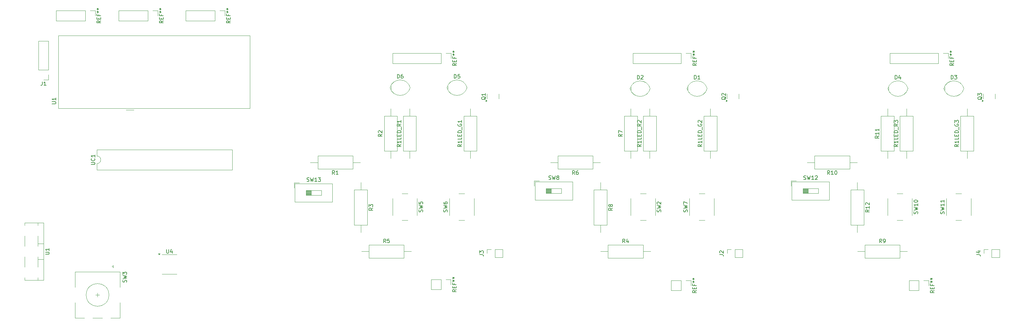
<source format=gbr>
%TF.GenerationSoftware,KiCad,Pcbnew,8.0.6*%
%TF.CreationDate,2024-12-22T20:43:21-05:00*%
%TF.ProjectId,flowcontrol_BL,666c6f77-636f-46e7-9472-6f6c5f424c2e,rev?*%
%TF.SameCoordinates,Original*%
%TF.FileFunction,Legend,Top*%
%TF.FilePolarity,Positive*%
%FSLAX46Y46*%
G04 Gerber Fmt 4.6, Leading zero omitted, Abs format (unit mm)*
G04 Created by KiCad (PCBNEW 8.0.6) date 2024-12-22 20:43:21*
%MOMM*%
%LPD*%
G01*
G04 APERTURE LIST*
%ADD10C,0.150000*%
%ADD11C,0.120000*%
G04 APERTURE END LIST*
D10*
X190759700Y-94583332D02*
X190807319Y-94440475D01*
X190807319Y-94440475D02*
X190807319Y-94202380D01*
X190807319Y-94202380D02*
X190759700Y-94107142D01*
X190759700Y-94107142D02*
X190712080Y-94059523D01*
X190712080Y-94059523D02*
X190616842Y-94011904D01*
X190616842Y-94011904D02*
X190521604Y-94011904D01*
X190521604Y-94011904D02*
X190426366Y-94059523D01*
X190426366Y-94059523D02*
X190378747Y-94107142D01*
X190378747Y-94107142D02*
X190331128Y-94202380D01*
X190331128Y-94202380D02*
X190283509Y-94392856D01*
X190283509Y-94392856D02*
X190235890Y-94488094D01*
X190235890Y-94488094D02*
X190188271Y-94535713D01*
X190188271Y-94535713D02*
X190093033Y-94583332D01*
X190093033Y-94583332D02*
X189997795Y-94583332D01*
X189997795Y-94583332D02*
X189902557Y-94535713D01*
X189902557Y-94535713D02*
X189854938Y-94488094D01*
X189854938Y-94488094D02*
X189807319Y-94392856D01*
X189807319Y-94392856D02*
X189807319Y-94154761D01*
X189807319Y-94154761D02*
X189854938Y-94011904D01*
X189807319Y-93678570D02*
X190807319Y-93440475D01*
X190807319Y-93440475D02*
X190093033Y-93249999D01*
X190093033Y-93249999D02*
X190807319Y-93059523D01*
X190807319Y-93059523D02*
X189807319Y-92821428D01*
X189902557Y-92488094D02*
X189854938Y-92440475D01*
X189854938Y-92440475D02*
X189807319Y-92345237D01*
X189807319Y-92345237D02*
X189807319Y-92107142D01*
X189807319Y-92107142D02*
X189854938Y-92011904D01*
X189854938Y-92011904D02*
X189902557Y-91964285D01*
X189902557Y-91964285D02*
X189997795Y-91916666D01*
X189997795Y-91916666D02*
X190093033Y-91916666D01*
X190093033Y-91916666D02*
X190235890Y-91964285D01*
X190235890Y-91964285D02*
X190807319Y-92535713D01*
X190807319Y-92535713D02*
X190807319Y-91916666D01*
X252611905Y-59494819D02*
X252611905Y-58494819D01*
X252611905Y-58494819D02*
X252850000Y-58494819D01*
X252850000Y-58494819D02*
X252992857Y-58542438D01*
X252992857Y-58542438D02*
X253088095Y-58637676D01*
X253088095Y-58637676D02*
X253135714Y-58732914D01*
X253135714Y-58732914D02*
X253183333Y-58923390D01*
X253183333Y-58923390D02*
X253183333Y-59066247D01*
X253183333Y-59066247D02*
X253135714Y-59256723D01*
X253135714Y-59256723D02*
X253088095Y-59351961D01*
X253088095Y-59351961D02*
X252992857Y-59447200D01*
X252992857Y-59447200D02*
X252850000Y-59494819D01*
X252850000Y-59494819D02*
X252611905Y-59494819D01*
X254040476Y-58828152D02*
X254040476Y-59494819D01*
X253802381Y-58447200D02*
X253564286Y-59161485D01*
X253564286Y-59161485D02*
X254183333Y-59161485D01*
X142937319Y-105833333D02*
X143651604Y-105833333D01*
X143651604Y-105833333D02*
X143794461Y-105880952D01*
X143794461Y-105880952D02*
X143889700Y-105976190D01*
X143889700Y-105976190D02*
X143937319Y-106119047D01*
X143937319Y-106119047D02*
X143937319Y-106214285D01*
X142937319Y-105452380D02*
X142937319Y-104833333D01*
X142937319Y-104833333D02*
X143318271Y-105166666D01*
X143318271Y-105166666D02*
X143318271Y-105023809D01*
X143318271Y-105023809D02*
X143365890Y-104928571D01*
X143365890Y-104928571D02*
X143413509Y-104880952D01*
X143413509Y-104880952D02*
X143508747Y-104833333D01*
X143508747Y-104833333D02*
X143746842Y-104833333D01*
X143746842Y-104833333D02*
X143842080Y-104880952D01*
X143842080Y-104880952D02*
X143889700Y-104928571D01*
X143889700Y-104928571D02*
X143937319Y-105023809D01*
X143937319Y-105023809D02*
X143937319Y-105309523D01*
X143937319Y-105309523D02*
X143889700Y-105404761D01*
X143889700Y-105404761D02*
X143842080Y-105452380D01*
X235357142Y-84674819D02*
X235023809Y-84198628D01*
X234785714Y-84674819D02*
X234785714Y-83674819D01*
X234785714Y-83674819D02*
X235166666Y-83674819D01*
X235166666Y-83674819D02*
X235261904Y-83722438D01*
X235261904Y-83722438D02*
X235309523Y-83770057D01*
X235309523Y-83770057D02*
X235357142Y-83865295D01*
X235357142Y-83865295D02*
X235357142Y-84008152D01*
X235357142Y-84008152D02*
X235309523Y-84103390D01*
X235309523Y-84103390D02*
X235261904Y-84151009D01*
X235261904Y-84151009D02*
X235166666Y-84198628D01*
X235166666Y-84198628D02*
X234785714Y-84198628D01*
X236309523Y-84674819D02*
X235738095Y-84674819D01*
X236023809Y-84674819D02*
X236023809Y-83674819D01*
X236023809Y-83674819D02*
X235928571Y-83817676D01*
X235928571Y-83817676D02*
X235833333Y-83912914D01*
X235833333Y-83912914D02*
X235738095Y-83960533D01*
X236928571Y-83674819D02*
X237023809Y-83674819D01*
X237023809Y-83674819D02*
X237119047Y-83722438D01*
X237119047Y-83722438D02*
X237166666Y-83770057D01*
X237166666Y-83770057D02*
X237214285Y-83865295D01*
X237214285Y-83865295D02*
X237261904Y-84055771D01*
X237261904Y-84055771D02*
X237261904Y-84293866D01*
X237261904Y-84293866D02*
X237214285Y-84484342D01*
X237214285Y-84484342D02*
X237166666Y-84579580D01*
X237166666Y-84579580D02*
X237119047Y-84627200D01*
X237119047Y-84627200D02*
X237023809Y-84674819D01*
X237023809Y-84674819D02*
X236928571Y-84674819D01*
X236928571Y-84674819D02*
X236833333Y-84627200D01*
X236833333Y-84627200D02*
X236785714Y-84579580D01*
X236785714Y-84579580D02*
X236738095Y-84484342D01*
X236738095Y-84484342D02*
X236690476Y-84293866D01*
X236690476Y-84293866D02*
X236690476Y-84055771D01*
X236690476Y-84055771D02*
X236738095Y-83865295D01*
X236738095Y-83865295D02*
X236785714Y-83770057D01*
X236785714Y-83770057D02*
X236833333Y-83722438D01*
X236833333Y-83722438D02*
X236928571Y-83674819D01*
X168065833Y-84674819D02*
X167732500Y-84198628D01*
X167494405Y-84674819D02*
X167494405Y-83674819D01*
X167494405Y-83674819D02*
X167875357Y-83674819D01*
X167875357Y-83674819D02*
X167970595Y-83722438D01*
X167970595Y-83722438D02*
X168018214Y-83770057D01*
X168018214Y-83770057D02*
X168065833Y-83865295D01*
X168065833Y-83865295D02*
X168065833Y-84008152D01*
X168065833Y-84008152D02*
X168018214Y-84103390D01*
X168018214Y-84103390D02*
X167970595Y-84151009D01*
X167970595Y-84151009D02*
X167875357Y-84198628D01*
X167875357Y-84198628D02*
X167494405Y-84198628D01*
X168922976Y-83674819D02*
X168732500Y-83674819D01*
X168732500Y-83674819D02*
X168637262Y-83722438D01*
X168637262Y-83722438D02*
X168589643Y-83770057D01*
X168589643Y-83770057D02*
X168494405Y-83912914D01*
X168494405Y-83912914D02*
X168446786Y-84103390D01*
X168446786Y-84103390D02*
X168446786Y-84484342D01*
X168446786Y-84484342D02*
X168494405Y-84579580D01*
X168494405Y-84579580D02*
X168542024Y-84627200D01*
X168542024Y-84627200D02*
X168637262Y-84674819D01*
X168637262Y-84674819D02*
X168827738Y-84674819D01*
X168827738Y-84674819D02*
X168922976Y-84627200D01*
X168922976Y-84627200D02*
X168970595Y-84579580D01*
X168970595Y-84579580D02*
X169018214Y-84484342D01*
X169018214Y-84484342D02*
X169018214Y-84246247D01*
X169018214Y-84246247D02*
X168970595Y-84151009D01*
X168970595Y-84151009D02*
X168922976Y-84103390D01*
X168922976Y-84103390D02*
X168827738Y-84055771D01*
X168827738Y-84055771D02*
X168637262Y-84055771D01*
X168637262Y-84055771D02*
X168542024Y-84103390D01*
X168542024Y-84103390D02*
X168494405Y-84151009D01*
X168494405Y-84151009D02*
X168446786Y-84246247D01*
X136239405Y-59254819D02*
X136239405Y-58254819D01*
X136239405Y-58254819D02*
X136477500Y-58254819D01*
X136477500Y-58254819D02*
X136620357Y-58302438D01*
X136620357Y-58302438D02*
X136715595Y-58397676D01*
X136715595Y-58397676D02*
X136763214Y-58492914D01*
X136763214Y-58492914D02*
X136810833Y-58683390D01*
X136810833Y-58683390D02*
X136810833Y-58826247D01*
X136810833Y-58826247D02*
X136763214Y-59016723D01*
X136763214Y-59016723D02*
X136715595Y-59111961D01*
X136715595Y-59111961D02*
X136620357Y-59207200D01*
X136620357Y-59207200D02*
X136477500Y-59254819D01*
X136477500Y-59254819D02*
X136239405Y-59254819D01*
X137715595Y-58254819D02*
X137239405Y-58254819D01*
X137239405Y-58254819D02*
X137191786Y-58731009D01*
X137191786Y-58731009D02*
X137239405Y-58683390D01*
X137239405Y-58683390D02*
X137334643Y-58635771D01*
X137334643Y-58635771D02*
X137572738Y-58635771D01*
X137572738Y-58635771D02*
X137667976Y-58683390D01*
X137667976Y-58683390D02*
X137715595Y-58731009D01*
X137715595Y-58731009D02*
X137763214Y-58826247D01*
X137763214Y-58826247D02*
X137763214Y-59064342D01*
X137763214Y-59064342D02*
X137715595Y-59159580D01*
X137715595Y-59159580D02*
X137667976Y-59207200D01*
X137667976Y-59207200D02*
X137572738Y-59254819D01*
X137572738Y-59254819D02*
X137334643Y-59254819D01*
X137334643Y-59254819D02*
X137239405Y-59207200D01*
X137239405Y-59207200D02*
X137191786Y-59159580D01*
X185587319Y-76760952D02*
X185111128Y-77094285D01*
X185587319Y-77332380D02*
X184587319Y-77332380D01*
X184587319Y-77332380D02*
X184587319Y-76951428D01*
X184587319Y-76951428D02*
X184634938Y-76856190D01*
X184634938Y-76856190D02*
X184682557Y-76808571D01*
X184682557Y-76808571D02*
X184777795Y-76760952D01*
X184777795Y-76760952D02*
X184920652Y-76760952D01*
X184920652Y-76760952D02*
X185015890Y-76808571D01*
X185015890Y-76808571D02*
X185063509Y-76856190D01*
X185063509Y-76856190D02*
X185111128Y-76951428D01*
X185111128Y-76951428D02*
X185111128Y-77332380D01*
X185587319Y-75808571D02*
X185587319Y-76379999D01*
X185587319Y-76094285D02*
X184587319Y-76094285D01*
X184587319Y-76094285D02*
X184730176Y-76189523D01*
X184730176Y-76189523D02*
X184825414Y-76284761D01*
X184825414Y-76284761D02*
X184873033Y-76379999D01*
X185587319Y-74903809D02*
X185587319Y-75379999D01*
X185587319Y-75379999D02*
X184587319Y-75379999D01*
X185063509Y-74570475D02*
X185063509Y-74237142D01*
X185587319Y-74094285D02*
X185587319Y-74570475D01*
X185587319Y-74570475D02*
X184587319Y-74570475D01*
X184587319Y-74570475D02*
X184587319Y-74094285D01*
X185587319Y-73665713D02*
X184587319Y-73665713D01*
X184587319Y-73665713D02*
X184587319Y-73427618D01*
X184587319Y-73427618D02*
X184634938Y-73284761D01*
X184634938Y-73284761D02*
X184730176Y-73189523D01*
X184730176Y-73189523D02*
X184825414Y-73141904D01*
X184825414Y-73141904D02*
X185015890Y-73094285D01*
X185015890Y-73094285D02*
X185158747Y-73094285D01*
X185158747Y-73094285D02*
X185349223Y-73141904D01*
X185349223Y-73141904D02*
X185444461Y-73189523D01*
X185444461Y-73189523D02*
X185539700Y-73284761D01*
X185539700Y-73284761D02*
X185587319Y-73427618D01*
X185587319Y-73427618D02*
X185587319Y-73665713D01*
X185682557Y-72903809D02*
X185682557Y-72141904D01*
X185587319Y-71332380D02*
X185111128Y-71665713D01*
X185587319Y-71903808D02*
X184587319Y-71903808D01*
X184587319Y-71903808D02*
X184587319Y-71522856D01*
X184587319Y-71522856D02*
X184634938Y-71427618D01*
X184634938Y-71427618D02*
X184682557Y-71379999D01*
X184682557Y-71379999D02*
X184777795Y-71332380D01*
X184777795Y-71332380D02*
X184920652Y-71332380D01*
X184920652Y-71332380D02*
X185015890Y-71379999D01*
X185015890Y-71379999D02*
X185063509Y-71427618D01*
X185063509Y-71427618D02*
X185111128Y-71522856D01*
X185111128Y-71522856D02*
X185111128Y-71903808D01*
X184682557Y-70951427D02*
X184634938Y-70903808D01*
X184634938Y-70903808D02*
X184587319Y-70808570D01*
X184587319Y-70808570D02*
X184587319Y-70570475D01*
X184587319Y-70570475D02*
X184634938Y-70475237D01*
X184634938Y-70475237D02*
X184682557Y-70427618D01*
X184682557Y-70427618D02*
X184777795Y-70379999D01*
X184777795Y-70379999D02*
X184873033Y-70379999D01*
X184873033Y-70379999D02*
X185015890Y-70427618D01*
X185015890Y-70427618D02*
X185587319Y-70999046D01*
X185587319Y-70999046D02*
X185587319Y-70379999D01*
X60333095Y-104459819D02*
X60333095Y-105269342D01*
X60333095Y-105269342D02*
X60380714Y-105364580D01*
X60380714Y-105364580D02*
X60428333Y-105412200D01*
X60428333Y-105412200D02*
X60523571Y-105459819D01*
X60523571Y-105459819D02*
X60714047Y-105459819D01*
X60714047Y-105459819D02*
X60809285Y-105412200D01*
X60809285Y-105412200D02*
X60856904Y-105364580D01*
X60856904Y-105364580D02*
X60904523Y-105269342D01*
X60904523Y-105269342D02*
X60904523Y-104459819D01*
X61809285Y-104793152D02*
X61809285Y-105459819D01*
X61571190Y-104412200D02*
X61333095Y-105126485D01*
X61333095Y-105126485D02*
X61952142Y-105126485D01*
X178027319Y-93546666D02*
X177551128Y-93879999D01*
X178027319Y-94118094D02*
X177027319Y-94118094D01*
X177027319Y-94118094D02*
X177027319Y-93737142D01*
X177027319Y-93737142D02*
X177074938Y-93641904D01*
X177074938Y-93641904D02*
X177122557Y-93594285D01*
X177122557Y-93594285D02*
X177217795Y-93546666D01*
X177217795Y-93546666D02*
X177360652Y-93546666D01*
X177360652Y-93546666D02*
X177455890Y-93594285D01*
X177455890Y-93594285D02*
X177503509Y-93641904D01*
X177503509Y-93641904D02*
X177551128Y-93737142D01*
X177551128Y-93737142D02*
X177551128Y-94118094D01*
X177455890Y-92975237D02*
X177408271Y-93070475D01*
X177408271Y-93070475D02*
X177360652Y-93118094D01*
X177360652Y-93118094D02*
X177265414Y-93165713D01*
X177265414Y-93165713D02*
X177217795Y-93165713D01*
X177217795Y-93165713D02*
X177122557Y-93118094D01*
X177122557Y-93118094D02*
X177074938Y-93070475D01*
X177074938Y-93070475D02*
X177027319Y-92975237D01*
X177027319Y-92975237D02*
X177027319Y-92784761D01*
X177027319Y-92784761D02*
X177074938Y-92689523D01*
X177074938Y-92689523D02*
X177122557Y-92641904D01*
X177122557Y-92641904D02*
X177217795Y-92594285D01*
X177217795Y-92594285D02*
X177265414Y-92594285D01*
X177265414Y-92594285D02*
X177360652Y-92641904D01*
X177360652Y-92641904D02*
X177408271Y-92689523D01*
X177408271Y-92689523D02*
X177455890Y-92784761D01*
X177455890Y-92784761D02*
X177455890Y-92975237D01*
X177455890Y-92975237D02*
X177503509Y-93070475D01*
X177503509Y-93070475D02*
X177551128Y-93118094D01*
X177551128Y-93118094D02*
X177646366Y-93165713D01*
X177646366Y-93165713D02*
X177836842Y-93165713D01*
X177836842Y-93165713D02*
X177932080Y-93118094D01*
X177932080Y-93118094D02*
X177979700Y-93070475D01*
X177979700Y-93070475D02*
X178027319Y-92975237D01*
X178027319Y-92975237D02*
X178027319Y-92784761D01*
X178027319Y-92784761D02*
X177979700Y-92689523D01*
X177979700Y-92689523D02*
X177932080Y-92641904D01*
X177932080Y-92641904D02*
X177836842Y-92594285D01*
X177836842Y-92594285D02*
X177646366Y-92594285D01*
X177646366Y-92594285D02*
X177551128Y-92641904D01*
X177551128Y-92641904D02*
X177503509Y-92689523D01*
X177503509Y-92689523D02*
X177455890Y-92784761D01*
X121239405Y-59254819D02*
X121239405Y-58254819D01*
X121239405Y-58254819D02*
X121477500Y-58254819D01*
X121477500Y-58254819D02*
X121620357Y-58302438D01*
X121620357Y-58302438D02*
X121715595Y-58397676D01*
X121715595Y-58397676D02*
X121763214Y-58492914D01*
X121763214Y-58492914D02*
X121810833Y-58683390D01*
X121810833Y-58683390D02*
X121810833Y-58826247D01*
X121810833Y-58826247D02*
X121763214Y-59016723D01*
X121763214Y-59016723D02*
X121715595Y-59111961D01*
X121715595Y-59111961D02*
X121620357Y-59207200D01*
X121620357Y-59207200D02*
X121477500Y-59254819D01*
X121477500Y-59254819D02*
X121239405Y-59254819D01*
X122667976Y-58254819D02*
X122477500Y-58254819D01*
X122477500Y-58254819D02*
X122382262Y-58302438D01*
X122382262Y-58302438D02*
X122334643Y-58350057D01*
X122334643Y-58350057D02*
X122239405Y-58492914D01*
X122239405Y-58492914D02*
X122191786Y-58683390D01*
X122191786Y-58683390D02*
X122191786Y-59064342D01*
X122191786Y-59064342D02*
X122239405Y-59159580D01*
X122239405Y-59159580D02*
X122287024Y-59207200D01*
X122287024Y-59207200D02*
X122382262Y-59254819D01*
X122382262Y-59254819D02*
X122572738Y-59254819D01*
X122572738Y-59254819D02*
X122667976Y-59207200D01*
X122667976Y-59207200D02*
X122715595Y-59159580D01*
X122715595Y-59159580D02*
X122763214Y-59064342D01*
X122763214Y-59064342D02*
X122763214Y-58826247D01*
X122763214Y-58826247D02*
X122715595Y-58731009D01*
X122715595Y-58731009D02*
X122667976Y-58683390D01*
X122667976Y-58683390D02*
X122572738Y-58635771D01*
X122572738Y-58635771D02*
X122382262Y-58635771D01*
X122382262Y-58635771D02*
X122287024Y-58683390D01*
X122287024Y-58683390D02*
X122239405Y-58731009D01*
X122239405Y-58731009D02*
X122191786Y-58826247D01*
X180587319Y-74046666D02*
X180111128Y-74379999D01*
X180587319Y-74618094D02*
X179587319Y-74618094D01*
X179587319Y-74618094D02*
X179587319Y-74237142D01*
X179587319Y-74237142D02*
X179634938Y-74141904D01*
X179634938Y-74141904D02*
X179682557Y-74094285D01*
X179682557Y-74094285D02*
X179777795Y-74046666D01*
X179777795Y-74046666D02*
X179920652Y-74046666D01*
X179920652Y-74046666D02*
X180015890Y-74094285D01*
X180015890Y-74094285D02*
X180063509Y-74141904D01*
X180063509Y-74141904D02*
X180111128Y-74237142D01*
X180111128Y-74237142D02*
X180111128Y-74618094D01*
X179587319Y-73713332D02*
X179587319Y-73046666D01*
X179587319Y-73046666D02*
X180587319Y-73475237D01*
X30124819Y-66011904D02*
X30934342Y-66011904D01*
X30934342Y-66011904D02*
X31029580Y-65964285D01*
X31029580Y-65964285D02*
X31077200Y-65916666D01*
X31077200Y-65916666D02*
X31124819Y-65821428D01*
X31124819Y-65821428D02*
X31124819Y-65630952D01*
X31124819Y-65630952D02*
X31077200Y-65535714D01*
X31077200Y-65535714D02*
X31029580Y-65488095D01*
X31029580Y-65488095D02*
X30934342Y-65440476D01*
X30934342Y-65440476D02*
X30124819Y-65440476D01*
X31124819Y-64440476D02*
X31124819Y-65011904D01*
X31124819Y-64726190D02*
X30124819Y-64726190D01*
X30124819Y-64726190D02*
X30267676Y-64821428D01*
X30267676Y-64821428D02*
X30362914Y-64916666D01*
X30362914Y-64916666D02*
X30410533Y-65011904D01*
X134389700Y-94583332D02*
X134437319Y-94440475D01*
X134437319Y-94440475D02*
X134437319Y-94202380D01*
X134437319Y-94202380D02*
X134389700Y-94107142D01*
X134389700Y-94107142D02*
X134342080Y-94059523D01*
X134342080Y-94059523D02*
X134246842Y-94011904D01*
X134246842Y-94011904D02*
X134151604Y-94011904D01*
X134151604Y-94011904D02*
X134056366Y-94059523D01*
X134056366Y-94059523D02*
X134008747Y-94107142D01*
X134008747Y-94107142D02*
X133961128Y-94202380D01*
X133961128Y-94202380D02*
X133913509Y-94392856D01*
X133913509Y-94392856D02*
X133865890Y-94488094D01*
X133865890Y-94488094D02*
X133818271Y-94535713D01*
X133818271Y-94535713D02*
X133723033Y-94583332D01*
X133723033Y-94583332D02*
X133627795Y-94583332D01*
X133627795Y-94583332D02*
X133532557Y-94535713D01*
X133532557Y-94535713D02*
X133484938Y-94488094D01*
X133484938Y-94488094D02*
X133437319Y-94392856D01*
X133437319Y-94392856D02*
X133437319Y-94154761D01*
X133437319Y-94154761D02*
X133484938Y-94011904D01*
X133437319Y-93678570D02*
X134437319Y-93440475D01*
X134437319Y-93440475D02*
X133723033Y-93249999D01*
X133723033Y-93249999D02*
X134437319Y-93059523D01*
X134437319Y-93059523D02*
X133437319Y-92821428D01*
X133437319Y-92011904D02*
X133437319Y-92202380D01*
X133437319Y-92202380D02*
X133484938Y-92297618D01*
X133484938Y-92297618D02*
X133532557Y-92345237D01*
X133532557Y-92345237D02*
X133675414Y-92440475D01*
X133675414Y-92440475D02*
X133865890Y-92488094D01*
X133865890Y-92488094D02*
X134246842Y-92488094D01*
X134246842Y-92488094D02*
X134342080Y-92440475D01*
X134342080Y-92440475D02*
X134389700Y-92392856D01*
X134389700Y-92392856D02*
X134437319Y-92297618D01*
X134437319Y-92297618D02*
X134437319Y-92107142D01*
X134437319Y-92107142D02*
X134389700Y-92011904D01*
X134389700Y-92011904D02*
X134342080Y-91964285D01*
X134342080Y-91964285D02*
X134246842Y-91916666D01*
X134246842Y-91916666D02*
X134008747Y-91916666D01*
X134008747Y-91916666D02*
X133913509Y-91964285D01*
X133913509Y-91964285D02*
X133865890Y-92011904D01*
X133865890Y-92011904D02*
X133818271Y-92107142D01*
X133818271Y-92107142D02*
X133818271Y-92297618D01*
X133818271Y-92297618D02*
X133865890Y-92392856D01*
X133865890Y-92392856D02*
X133913509Y-92440475D01*
X133913509Y-92440475D02*
X134008747Y-92488094D01*
X253354819Y-76760952D02*
X252878628Y-77094285D01*
X253354819Y-77332380D02*
X252354819Y-77332380D01*
X252354819Y-77332380D02*
X252354819Y-76951428D01*
X252354819Y-76951428D02*
X252402438Y-76856190D01*
X252402438Y-76856190D02*
X252450057Y-76808571D01*
X252450057Y-76808571D02*
X252545295Y-76760952D01*
X252545295Y-76760952D02*
X252688152Y-76760952D01*
X252688152Y-76760952D02*
X252783390Y-76808571D01*
X252783390Y-76808571D02*
X252831009Y-76856190D01*
X252831009Y-76856190D02*
X252878628Y-76951428D01*
X252878628Y-76951428D02*
X252878628Y-77332380D01*
X253354819Y-75808571D02*
X253354819Y-76379999D01*
X253354819Y-76094285D02*
X252354819Y-76094285D01*
X252354819Y-76094285D02*
X252497676Y-76189523D01*
X252497676Y-76189523D02*
X252592914Y-76284761D01*
X252592914Y-76284761D02*
X252640533Y-76379999D01*
X253354819Y-74903809D02*
X253354819Y-75379999D01*
X253354819Y-75379999D02*
X252354819Y-75379999D01*
X252831009Y-74570475D02*
X252831009Y-74237142D01*
X253354819Y-74094285D02*
X253354819Y-74570475D01*
X253354819Y-74570475D02*
X252354819Y-74570475D01*
X252354819Y-74570475D02*
X252354819Y-74094285D01*
X253354819Y-73665713D02*
X252354819Y-73665713D01*
X252354819Y-73665713D02*
X252354819Y-73427618D01*
X252354819Y-73427618D02*
X252402438Y-73284761D01*
X252402438Y-73284761D02*
X252497676Y-73189523D01*
X252497676Y-73189523D02*
X252592914Y-73141904D01*
X252592914Y-73141904D02*
X252783390Y-73094285D01*
X252783390Y-73094285D02*
X252926247Y-73094285D01*
X252926247Y-73094285D02*
X253116723Y-73141904D01*
X253116723Y-73141904D02*
X253211961Y-73189523D01*
X253211961Y-73189523D02*
X253307200Y-73284761D01*
X253307200Y-73284761D02*
X253354819Y-73427618D01*
X253354819Y-73427618D02*
X253354819Y-73665713D01*
X253450057Y-72903809D02*
X253450057Y-72141904D01*
X253354819Y-71332380D02*
X252878628Y-71665713D01*
X253354819Y-71903808D02*
X252354819Y-71903808D01*
X252354819Y-71903808D02*
X252354819Y-71522856D01*
X252354819Y-71522856D02*
X252402438Y-71427618D01*
X252402438Y-71427618D02*
X252450057Y-71379999D01*
X252450057Y-71379999D02*
X252545295Y-71332380D01*
X252545295Y-71332380D02*
X252688152Y-71332380D01*
X252688152Y-71332380D02*
X252783390Y-71379999D01*
X252783390Y-71379999D02*
X252831009Y-71427618D01*
X252831009Y-71427618D02*
X252878628Y-71522856D01*
X252878628Y-71522856D02*
X252878628Y-71903808D01*
X252354819Y-70999046D02*
X252354819Y-70379999D01*
X252354819Y-70379999D02*
X252735771Y-70713332D01*
X252735771Y-70713332D02*
X252735771Y-70570475D01*
X252735771Y-70570475D02*
X252783390Y-70475237D01*
X252783390Y-70475237D02*
X252831009Y-70427618D01*
X252831009Y-70427618D02*
X252926247Y-70379999D01*
X252926247Y-70379999D02*
X253164342Y-70379999D01*
X253164342Y-70379999D02*
X253259580Y-70427618D01*
X253259580Y-70427618D02*
X253307200Y-70475237D01*
X253307200Y-70475237D02*
X253354819Y-70570475D01*
X253354819Y-70570475D02*
X253354819Y-70856189D01*
X253354819Y-70856189D02*
X253307200Y-70951427D01*
X253307200Y-70951427D02*
X253259580Y-70999046D01*
X138217319Y-76760952D02*
X137741128Y-77094285D01*
X138217319Y-77332380D02*
X137217319Y-77332380D01*
X137217319Y-77332380D02*
X137217319Y-76951428D01*
X137217319Y-76951428D02*
X137264938Y-76856190D01*
X137264938Y-76856190D02*
X137312557Y-76808571D01*
X137312557Y-76808571D02*
X137407795Y-76760952D01*
X137407795Y-76760952D02*
X137550652Y-76760952D01*
X137550652Y-76760952D02*
X137645890Y-76808571D01*
X137645890Y-76808571D02*
X137693509Y-76856190D01*
X137693509Y-76856190D02*
X137741128Y-76951428D01*
X137741128Y-76951428D02*
X137741128Y-77332380D01*
X138217319Y-75808571D02*
X138217319Y-76379999D01*
X138217319Y-76094285D02*
X137217319Y-76094285D01*
X137217319Y-76094285D02*
X137360176Y-76189523D01*
X137360176Y-76189523D02*
X137455414Y-76284761D01*
X137455414Y-76284761D02*
X137503033Y-76379999D01*
X138217319Y-74903809D02*
X138217319Y-75379999D01*
X138217319Y-75379999D02*
X137217319Y-75379999D01*
X137693509Y-74570475D02*
X137693509Y-74237142D01*
X138217319Y-74094285D02*
X138217319Y-74570475D01*
X138217319Y-74570475D02*
X137217319Y-74570475D01*
X137217319Y-74570475D02*
X137217319Y-74094285D01*
X138217319Y-73665713D02*
X137217319Y-73665713D01*
X137217319Y-73665713D02*
X137217319Y-73427618D01*
X137217319Y-73427618D02*
X137264938Y-73284761D01*
X137264938Y-73284761D02*
X137360176Y-73189523D01*
X137360176Y-73189523D02*
X137455414Y-73141904D01*
X137455414Y-73141904D02*
X137645890Y-73094285D01*
X137645890Y-73094285D02*
X137788747Y-73094285D01*
X137788747Y-73094285D02*
X137979223Y-73141904D01*
X137979223Y-73141904D02*
X138074461Y-73189523D01*
X138074461Y-73189523D02*
X138169700Y-73284761D01*
X138169700Y-73284761D02*
X138217319Y-73427618D01*
X138217319Y-73427618D02*
X138217319Y-73665713D01*
X138312557Y-72903809D02*
X138312557Y-72141904D01*
X137264938Y-71379999D02*
X137217319Y-71475237D01*
X137217319Y-71475237D02*
X137217319Y-71618094D01*
X137217319Y-71618094D02*
X137264938Y-71760951D01*
X137264938Y-71760951D02*
X137360176Y-71856189D01*
X137360176Y-71856189D02*
X137455414Y-71903808D01*
X137455414Y-71903808D02*
X137645890Y-71951427D01*
X137645890Y-71951427D02*
X137788747Y-71951427D01*
X137788747Y-71951427D02*
X137979223Y-71903808D01*
X137979223Y-71903808D02*
X138074461Y-71856189D01*
X138074461Y-71856189D02*
X138169700Y-71760951D01*
X138169700Y-71760951D02*
X138217319Y-71618094D01*
X138217319Y-71618094D02*
X138217319Y-71522856D01*
X138217319Y-71522856D02*
X138169700Y-71379999D01*
X138169700Y-71379999D02*
X138122080Y-71332380D01*
X138122080Y-71332380D02*
X137788747Y-71332380D01*
X137788747Y-71332380D02*
X137788747Y-71522856D01*
X138217319Y-70379999D02*
X138217319Y-70951427D01*
X138217319Y-70665713D02*
X137217319Y-70665713D01*
X137217319Y-70665713D02*
X137360176Y-70760951D01*
X137360176Y-70760951D02*
X137455414Y-70856189D01*
X137455414Y-70856189D02*
X137503033Y-70951427D01*
X207952557Y-64157738D02*
X207904938Y-64252976D01*
X207904938Y-64252976D02*
X207809700Y-64348214D01*
X207809700Y-64348214D02*
X207666842Y-64491071D01*
X207666842Y-64491071D02*
X207619223Y-64586309D01*
X207619223Y-64586309D02*
X207619223Y-64681547D01*
X207857319Y-64633928D02*
X207809700Y-64729166D01*
X207809700Y-64729166D02*
X207714461Y-64824404D01*
X207714461Y-64824404D02*
X207523985Y-64872023D01*
X207523985Y-64872023D02*
X207190652Y-64872023D01*
X207190652Y-64872023D02*
X207000176Y-64824404D01*
X207000176Y-64824404D02*
X206904938Y-64729166D01*
X206904938Y-64729166D02*
X206857319Y-64633928D01*
X206857319Y-64633928D02*
X206857319Y-64443452D01*
X206857319Y-64443452D02*
X206904938Y-64348214D01*
X206904938Y-64348214D02*
X207000176Y-64252976D01*
X207000176Y-64252976D02*
X207190652Y-64205357D01*
X207190652Y-64205357D02*
X207523985Y-64205357D01*
X207523985Y-64205357D02*
X207714461Y-64252976D01*
X207714461Y-64252976D02*
X207809700Y-64348214D01*
X207809700Y-64348214D02*
X207857319Y-64443452D01*
X207857319Y-64443452D02*
X207857319Y-64633928D01*
X206952557Y-63824404D02*
X206904938Y-63776785D01*
X206904938Y-63776785D02*
X206857319Y-63681547D01*
X206857319Y-63681547D02*
X206857319Y-63443452D01*
X206857319Y-63443452D02*
X206904938Y-63348214D01*
X206904938Y-63348214D02*
X206952557Y-63300595D01*
X206952557Y-63300595D02*
X207047795Y-63252976D01*
X207047795Y-63252976D02*
X207143033Y-63252976D01*
X207143033Y-63252976D02*
X207285890Y-63300595D01*
X207285890Y-63300595D02*
X207857319Y-63872023D01*
X207857319Y-63872023D02*
X207857319Y-63252976D01*
X228500476Y-85987200D02*
X228643333Y-86034819D01*
X228643333Y-86034819D02*
X228881428Y-86034819D01*
X228881428Y-86034819D02*
X228976666Y-85987200D01*
X228976666Y-85987200D02*
X229024285Y-85939580D01*
X229024285Y-85939580D02*
X229071904Y-85844342D01*
X229071904Y-85844342D02*
X229071904Y-85749104D01*
X229071904Y-85749104D02*
X229024285Y-85653866D01*
X229024285Y-85653866D02*
X228976666Y-85606247D01*
X228976666Y-85606247D02*
X228881428Y-85558628D01*
X228881428Y-85558628D02*
X228690952Y-85511009D01*
X228690952Y-85511009D02*
X228595714Y-85463390D01*
X228595714Y-85463390D02*
X228548095Y-85415771D01*
X228548095Y-85415771D02*
X228500476Y-85320533D01*
X228500476Y-85320533D02*
X228500476Y-85225295D01*
X228500476Y-85225295D02*
X228548095Y-85130057D01*
X228548095Y-85130057D02*
X228595714Y-85082438D01*
X228595714Y-85082438D02*
X228690952Y-85034819D01*
X228690952Y-85034819D02*
X228929047Y-85034819D01*
X228929047Y-85034819D02*
X229071904Y-85082438D01*
X229405238Y-85034819D02*
X229643333Y-86034819D01*
X229643333Y-86034819D02*
X229833809Y-85320533D01*
X229833809Y-85320533D02*
X230024285Y-86034819D01*
X230024285Y-86034819D02*
X230262381Y-85034819D01*
X231167142Y-86034819D02*
X230595714Y-86034819D01*
X230881428Y-86034819D02*
X230881428Y-85034819D01*
X230881428Y-85034819D02*
X230786190Y-85177676D01*
X230786190Y-85177676D02*
X230690952Y-85272914D01*
X230690952Y-85272914D02*
X230595714Y-85320533D01*
X231548095Y-85130057D02*
X231595714Y-85082438D01*
X231595714Y-85082438D02*
X231690952Y-85034819D01*
X231690952Y-85034819D02*
X231929047Y-85034819D01*
X231929047Y-85034819D02*
X232024285Y-85082438D01*
X232024285Y-85082438D02*
X232071904Y-85130057D01*
X232071904Y-85130057D02*
X232119523Y-85225295D01*
X232119523Y-85225295D02*
X232119523Y-85320533D01*
X232119523Y-85320533D02*
X232071904Y-85463390D01*
X232071904Y-85463390D02*
X231500476Y-86034819D01*
X231500476Y-86034819D02*
X232119523Y-86034819D01*
X249073333Y-102734819D02*
X248740000Y-102258628D01*
X248501905Y-102734819D02*
X248501905Y-101734819D01*
X248501905Y-101734819D02*
X248882857Y-101734819D01*
X248882857Y-101734819D02*
X248978095Y-101782438D01*
X248978095Y-101782438D02*
X249025714Y-101830057D01*
X249025714Y-101830057D02*
X249073333Y-101925295D01*
X249073333Y-101925295D02*
X249073333Y-102068152D01*
X249073333Y-102068152D02*
X249025714Y-102163390D01*
X249025714Y-102163390D02*
X248978095Y-102211009D01*
X248978095Y-102211009D02*
X248882857Y-102258628D01*
X248882857Y-102258628D02*
X248501905Y-102258628D01*
X249549524Y-102734819D02*
X249740000Y-102734819D01*
X249740000Y-102734819D02*
X249835238Y-102687200D01*
X249835238Y-102687200D02*
X249882857Y-102639580D01*
X249882857Y-102639580D02*
X249978095Y-102496723D01*
X249978095Y-102496723D02*
X250025714Y-102306247D01*
X250025714Y-102306247D02*
X250025714Y-101925295D01*
X250025714Y-101925295D02*
X249978095Y-101830057D01*
X249978095Y-101830057D02*
X249930476Y-101782438D01*
X249930476Y-101782438D02*
X249835238Y-101734819D01*
X249835238Y-101734819D02*
X249644762Y-101734819D01*
X249644762Y-101734819D02*
X249549524Y-101782438D01*
X249549524Y-101782438D02*
X249501905Y-101830057D01*
X249501905Y-101830057D02*
X249454286Y-101925295D01*
X249454286Y-101925295D02*
X249454286Y-102163390D01*
X249454286Y-102163390D02*
X249501905Y-102258628D01*
X249501905Y-102258628D02*
X249549524Y-102306247D01*
X249549524Y-102306247D02*
X249644762Y-102353866D01*
X249644762Y-102353866D02*
X249835238Y-102353866D01*
X249835238Y-102353866D02*
X249930476Y-102306247D01*
X249930476Y-102306247D02*
X249978095Y-102258628D01*
X249978095Y-102258628D02*
X250025714Y-102163390D01*
X97362976Y-86487200D02*
X97505833Y-86534819D01*
X97505833Y-86534819D02*
X97743928Y-86534819D01*
X97743928Y-86534819D02*
X97839166Y-86487200D01*
X97839166Y-86487200D02*
X97886785Y-86439580D01*
X97886785Y-86439580D02*
X97934404Y-86344342D01*
X97934404Y-86344342D02*
X97934404Y-86249104D01*
X97934404Y-86249104D02*
X97886785Y-86153866D01*
X97886785Y-86153866D02*
X97839166Y-86106247D01*
X97839166Y-86106247D02*
X97743928Y-86058628D01*
X97743928Y-86058628D02*
X97553452Y-86011009D01*
X97553452Y-86011009D02*
X97458214Y-85963390D01*
X97458214Y-85963390D02*
X97410595Y-85915771D01*
X97410595Y-85915771D02*
X97362976Y-85820533D01*
X97362976Y-85820533D02*
X97362976Y-85725295D01*
X97362976Y-85725295D02*
X97410595Y-85630057D01*
X97410595Y-85630057D02*
X97458214Y-85582438D01*
X97458214Y-85582438D02*
X97553452Y-85534819D01*
X97553452Y-85534819D02*
X97791547Y-85534819D01*
X97791547Y-85534819D02*
X97934404Y-85582438D01*
X98267738Y-85534819D02*
X98505833Y-86534819D01*
X98505833Y-86534819D02*
X98696309Y-85820533D01*
X98696309Y-85820533D02*
X98886785Y-86534819D01*
X98886785Y-86534819D02*
X99124881Y-85534819D01*
X100029642Y-86534819D02*
X99458214Y-86534819D01*
X99743928Y-86534819D02*
X99743928Y-85534819D01*
X99743928Y-85534819D02*
X99648690Y-85677676D01*
X99648690Y-85677676D02*
X99553452Y-85772914D01*
X99553452Y-85772914D02*
X99458214Y-85820533D01*
X100362976Y-85534819D02*
X100982023Y-85534819D01*
X100982023Y-85534819D02*
X100648690Y-85915771D01*
X100648690Y-85915771D02*
X100791547Y-85915771D01*
X100791547Y-85915771D02*
X100886785Y-85963390D01*
X100886785Y-85963390D02*
X100934404Y-86011009D01*
X100934404Y-86011009D02*
X100982023Y-86106247D01*
X100982023Y-86106247D02*
X100982023Y-86344342D01*
X100982023Y-86344342D02*
X100934404Y-86439580D01*
X100934404Y-86439580D02*
X100886785Y-86487200D01*
X100886785Y-86487200D02*
X100791547Y-86534819D01*
X100791547Y-86534819D02*
X100505833Y-86534819D01*
X100505833Y-86534819D02*
X100410595Y-86487200D01*
X100410595Y-86487200D02*
X100362976Y-86439580D01*
X200217319Y-55333333D02*
X199741128Y-55666666D01*
X200217319Y-55904761D02*
X199217319Y-55904761D01*
X199217319Y-55904761D02*
X199217319Y-55523809D01*
X199217319Y-55523809D02*
X199264938Y-55428571D01*
X199264938Y-55428571D02*
X199312557Y-55380952D01*
X199312557Y-55380952D02*
X199407795Y-55333333D01*
X199407795Y-55333333D02*
X199550652Y-55333333D01*
X199550652Y-55333333D02*
X199645890Y-55380952D01*
X199645890Y-55380952D02*
X199693509Y-55428571D01*
X199693509Y-55428571D02*
X199741128Y-55523809D01*
X199741128Y-55523809D02*
X199741128Y-55904761D01*
X199693509Y-54904761D02*
X199693509Y-54571428D01*
X200217319Y-54428571D02*
X200217319Y-54904761D01*
X200217319Y-54904761D02*
X199217319Y-54904761D01*
X199217319Y-54904761D02*
X199217319Y-54428571D01*
X199693509Y-53666666D02*
X199693509Y-53999999D01*
X200217319Y-53999999D02*
X199217319Y-53999999D01*
X199217319Y-53999999D02*
X199217319Y-53523809D01*
X199217319Y-52999999D02*
X199455414Y-52999999D01*
X199360176Y-53238094D02*
X199455414Y-52999999D01*
X199455414Y-52999999D02*
X199360176Y-52761904D01*
X199645890Y-53142856D02*
X199455414Y-52999999D01*
X199455414Y-52999999D02*
X199645890Y-52857142D01*
X199217319Y-52238094D02*
X199455414Y-52238094D01*
X199360176Y-52476189D02*
X199455414Y-52238094D01*
X199455414Y-52238094D02*
X199360176Y-51999999D01*
X199645890Y-52380951D02*
X199455414Y-52238094D01*
X199455414Y-52238094D02*
X199645890Y-52095237D01*
X197759700Y-94583332D02*
X197807319Y-94440475D01*
X197807319Y-94440475D02*
X197807319Y-94202380D01*
X197807319Y-94202380D02*
X197759700Y-94107142D01*
X197759700Y-94107142D02*
X197712080Y-94059523D01*
X197712080Y-94059523D02*
X197616842Y-94011904D01*
X197616842Y-94011904D02*
X197521604Y-94011904D01*
X197521604Y-94011904D02*
X197426366Y-94059523D01*
X197426366Y-94059523D02*
X197378747Y-94107142D01*
X197378747Y-94107142D02*
X197331128Y-94202380D01*
X197331128Y-94202380D02*
X197283509Y-94392856D01*
X197283509Y-94392856D02*
X197235890Y-94488094D01*
X197235890Y-94488094D02*
X197188271Y-94535713D01*
X197188271Y-94535713D02*
X197093033Y-94583332D01*
X197093033Y-94583332D02*
X196997795Y-94583332D01*
X196997795Y-94583332D02*
X196902557Y-94535713D01*
X196902557Y-94535713D02*
X196854938Y-94488094D01*
X196854938Y-94488094D02*
X196807319Y-94392856D01*
X196807319Y-94392856D02*
X196807319Y-94154761D01*
X196807319Y-94154761D02*
X196854938Y-94011904D01*
X196807319Y-93678570D02*
X197807319Y-93440475D01*
X197807319Y-93440475D02*
X197093033Y-93249999D01*
X197093033Y-93249999D02*
X197807319Y-93059523D01*
X197807319Y-93059523D02*
X196807319Y-92821428D01*
X196807319Y-92535713D02*
X196807319Y-91869047D01*
X196807319Y-91869047D02*
X197807319Y-92297618D01*
X28364819Y-105786904D02*
X29174342Y-105786904D01*
X29174342Y-105786904D02*
X29269580Y-105739285D01*
X29269580Y-105739285D02*
X29317200Y-105691666D01*
X29317200Y-105691666D02*
X29364819Y-105596428D01*
X29364819Y-105596428D02*
X29364819Y-105405952D01*
X29364819Y-105405952D02*
X29317200Y-105310714D01*
X29317200Y-105310714D02*
X29269580Y-105263095D01*
X29269580Y-105263095D02*
X29174342Y-105215476D01*
X29174342Y-105215476D02*
X28364819Y-105215476D01*
X29364819Y-104215476D02*
X29364819Y-104786904D01*
X29364819Y-104501190D02*
X28364819Y-104501190D01*
X28364819Y-104501190D02*
X28507676Y-104596428D01*
X28507676Y-104596428D02*
X28602914Y-104691666D01*
X28602914Y-104691666D02*
X28650533Y-104786904D01*
X201587319Y-76760952D02*
X201111128Y-77094285D01*
X201587319Y-77332380D02*
X200587319Y-77332380D01*
X200587319Y-77332380D02*
X200587319Y-76951428D01*
X200587319Y-76951428D02*
X200634938Y-76856190D01*
X200634938Y-76856190D02*
X200682557Y-76808571D01*
X200682557Y-76808571D02*
X200777795Y-76760952D01*
X200777795Y-76760952D02*
X200920652Y-76760952D01*
X200920652Y-76760952D02*
X201015890Y-76808571D01*
X201015890Y-76808571D02*
X201063509Y-76856190D01*
X201063509Y-76856190D02*
X201111128Y-76951428D01*
X201111128Y-76951428D02*
X201111128Y-77332380D01*
X201587319Y-75808571D02*
X201587319Y-76379999D01*
X201587319Y-76094285D02*
X200587319Y-76094285D01*
X200587319Y-76094285D02*
X200730176Y-76189523D01*
X200730176Y-76189523D02*
X200825414Y-76284761D01*
X200825414Y-76284761D02*
X200873033Y-76379999D01*
X201587319Y-74903809D02*
X201587319Y-75379999D01*
X201587319Y-75379999D02*
X200587319Y-75379999D01*
X201063509Y-74570475D02*
X201063509Y-74237142D01*
X201587319Y-74094285D02*
X201587319Y-74570475D01*
X201587319Y-74570475D02*
X200587319Y-74570475D01*
X200587319Y-74570475D02*
X200587319Y-74094285D01*
X201587319Y-73665713D02*
X200587319Y-73665713D01*
X200587319Y-73665713D02*
X200587319Y-73427618D01*
X200587319Y-73427618D02*
X200634938Y-73284761D01*
X200634938Y-73284761D02*
X200730176Y-73189523D01*
X200730176Y-73189523D02*
X200825414Y-73141904D01*
X200825414Y-73141904D02*
X201015890Y-73094285D01*
X201015890Y-73094285D02*
X201158747Y-73094285D01*
X201158747Y-73094285D02*
X201349223Y-73141904D01*
X201349223Y-73141904D02*
X201444461Y-73189523D01*
X201444461Y-73189523D02*
X201539700Y-73284761D01*
X201539700Y-73284761D02*
X201587319Y-73427618D01*
X201587319Y-73427618D02*
X201587319Y-73665713D01*
X201682557Y-72903809D02*
X201682557Y-72141904D01*
X200634938Y-71379999D02*
X200587319Y-71475237D01*
X200587319Y-71475237D02*
X200587319Y-71618094D01*
X200587319Y-71618094D02*
X200634938Y-71760951D01*
X200634938Y-71760951D02*
X200730176Y-71856189D01*
X200730176Y-71856189D02*
X200825414Y-71903808D01*
X200825414Y-71903808D02*
X201015890Y-71951427D01*
X201015890Y-71951427D02*
X201158747Y-71951427D01*
X201158747Y-71951427D02*
X201349223Y-71903808D01*
X201349223Y-71903808D02*
X201444461Y-71856189D01*
X201444461Y-71856189D02*
X201539700Y-71760951D01*
X201539700Y-71760951D02*
X201587319Y-71618094D01*
X201587319Y-71618094D02*
X201587319Y-71522856D01*
X201587319Y-71522856D02*
X201539700Y-71379999D01*
X201539700Y-71379999D02*
X201492080Y-71332380D01*
X201492080Y-71332380D02*
X201158747Y-71332380D01*
X201158747Y-71332380D02*
X201158747Y-71522856D01*
X200682557Y-70951427D02*
X200634938Y-70903808D01*
X200634938Y-70903808D02*
X200587319Y-70808570D01*
X200587319Y-70808570D02*
X200587319Y-70570475D01*
X200587319Y-70570475D02*
X200634938Y-70475237D01*
X200634938Y-70475237D02*
X200682557Y-70427618D01*
X200682557Y-70427618D02*
X200777795Y-70379999D01*
X200777795Y-70379999D02*
X200873033Y-70379999D01*
X200873033Y-70379999D02*
X201015890Y-70427618D01*
X201015890Y-70427618D02*
X201587319Y-70999046D01*
X201587319Y-70999046D02*
X201587319Y-70379999D01*
X181305833Y-102734819D02*
X180972500Y-102258628D01*
X180734405Y-102734819D02*
X180734405Y-101734819D01*
X180734405Y-101734819D02*
X181115357Y-101734819D01*
X181115357Y-101734819D02*
X181210595Y-101782438D01*
X181210595Y-101782438D02*
X181258214Y-101830057D01*
X181258214Y-101830057D02*
X181305833Y-101925295D01*
X181305833Y-101925295D02*
X181305833Y-102068152D01*
X181305833Y-102068152D02*
X181258214Y-102163390D01*
X181258214Y-102163390D02*
X181210595Y-102211009D01*
X181210595Y-102211009D02*
X181115357Y-102258628D01*
X181115357Y-102258628D02*
X180734405Y-102258628D01*
X182162976Y-102068152D02*
X182162976Y-102734819D01*
X181924881Y-101687200D02*
X181686786Y-102401485D01*
X181686786Y-102401485D02*
X182305833Y-102401485D01*
X267376905Y-59494819D02*
X267376905Y-58494819D01*
X267376905Y-58494819D02*
X267615000Y-58494819D01*
X267615000Y-58494819D02*
X267757857Y-58542438D01*
X267757857Y-58542438D02*
X267853095Y-58637676D01*
X267853095Y-58637676D02*
X267900714Y-58732914D01*
X267900714Y-58732914D02*
X267948333Y-58923390D01*
X267948333Y-58923390D02*
X267948333Y-59066247D01*
X267948333Y-59066247D02*
X267900714Y-59256723D01*
X267900714Y-59256723D02*
X267853095Y-59351961D01*
X267853095Y-59351961D02*
X267757857Y-59447200D01*
X267757857Y-59447200D02*
X267615000Y-59494819D01*
X267615000Y-59494819D02*
X267376905Y-59494819D01*
X268281667Y-58494819D02*
X268900714Y-58494819D01*
X268900714Y-58494819D02*
X268567381Y-58875771D01*
X268567381Y-58875771D02*
X268710238Y-58875771D01*
X268710238Y-58875771D02*
X268805476Y-58923390D01*
X268805476Y-58923390D02*
X268853095Y-58971009D01*
X268853095Y-58971009D02*
X268900714Y-59066247D01*
X268900714Y-59066247D02*
X268900714Y-59304342D01*
X268900714Y-59304342D02*
X268853095Y-59399580D01*
X268853095Y-59399580D02*
X268805476Y-59447200D01*
X268805476Y-59447200D02*
X268710238Y-59494819D01*
X268710238Y-59494819D02*
X268424524Y-59494819D01*
X268424524Y-59494819D02*
X268329286Y-59447200D01*
X268329286Y-59447200D02*
X268281667Y-59399580D01*
X136847319Y-55333333D02*
X136371128Y-55666666D01*
X136847319Y-55904761D02*
X135847319Y-55904761D01*
X135847319Y-55904761D02*
X135847319Y-55523809D01*
X135847319Y-55523809D02*
X135894938Y-55428571D01*
X135894938Y-55428571D02*
X135942557Y-55380952D01*
X135942557Y-55380952D02*
X136037795Y-55333333D01*
X136037795Y-55333333D02*
X136180652Y-55333333D01*
X136180652Y-55333333D02*
X136275890Y-55380952D01*
X136275890Y-55380952D02*
X136323509Y-55428571D01*
X136323509Y-55428571D02*
X136371128Y-55523809D01*
X136371128Y-55523809D02*
X136371128Y-55904761D01*
X136323509Y-54904761D02*
X136323509Y-54571428D01*
X136847319Y-54428571D02*
X136847319Y-54904761D01*
X136847319Y-54904761D02*
X135847319Y-54904761D01*
X135847319Y-54904761D02*
X135847319Y-54428571D01*
X136323509Y-53666666D02*
X136323509Y-53999999D01*
X136847319Y-53999999D02*
X135847319Y-53999999D01*
X135847319Y-53999999D02*
X135847319Y-53523809D01*
X135847319Y-52999999D02*
X136085414Y-52999999D01*
X135990176Y-53238094D02*
X136085414Y-52999999D01*
X136085414Y-52999999D02*
X135990176Y-52761904D01*
X136275890Y-53142856D02*
X136085414Y-52999999D01*
X136085414Y-52999999D02*
X136275890Y-52857142D01*
X135847319Y-52238094D02*
X136085414Y-52238094D01*
X135990176Y-52476189D02*
X136085414Y-52238094D01*
X136085414Y-52238094D02*
X135990176Y-51999999D01*
X136275890Y-52380951D02*
X136085414Y-52238094D01*
X136085414Y-52238094D02*
X136275890Y-52095237D01*
X248354819Y-74522857D02*
X247878628Y-74856190D01*
X248354819Y-75094285D02*
X247354819Y-75094285D01*
X247354819Y-75094285D02*
X247354819Y-74713333D01*
X247354819Y-74713333D02*
X247402438Y-74618095D01*
X247402438Y-74618095D02*
X247450057Y-74570476D01*
X247450057Y-74570476D02*
X247545295Y-74522857D01*
X247545295Y-74522857D02*
X247688152Y-74522857D01*
X247688152Y-74522857D02*
X247783390Y-74570476D01*
X247783390Y-74570476D02*
X247831009Y-74618095D01*
X247831009Y-74618095D02*
X247878628Y-74713333D01*
X247878628Y-74713333D02*
X247878628Y-75094285D01*
X248354819Y-73570476D02*
X248354819Y-74141904D01*
X248354819Y-73856190D02*
X247354819Y-73856190D01*
X247354819Y-73856190D02*
X247497676Y-73951428D01*
X247497676Y-73951428D02*
X247592914Y-74046666D01*
X247592914Y-74046666D02*
X247640533Y-74141904D01*
X248354819Y-72618095D02*
X248354819Y-73189523D01*
X248354819Y-72903809D02*
X247354819Y-72903809D01*
X247354819Y-72903809D02*
X247497676Y-72999047D01*
X247497676Y-72999047D02*
X247592914Y-73094285D01*
X247592914Y-73094285D02*
X247640533Y-73189523D01*
X49727200Y-113133332D02*
X49774819Y-112990475D01*
X49774819Y-112990475D02*
X49774819Y-112752380D01*
X49774819Y-112752380D02*
X49727200Y-112657142D01*
X49727200Y-112657142D02*
X49679580Y-112609523D01*
X49679580Y-112609523D02*
X49584342Y-112561904D01*
X49584342Y-112561904D02*
X49489104Y-112561904D01*
X49489104Y-112561904D02*
X49393866Y-112609523D01*
X49393866Y-112609523D02*
X49346247Y-112657142D01*
X49346247Y-112657142D02*
X49298628Y-112752380D01*
X49298628Y-112752380D02*
X49251009Y-112942856D01*
X49251009Y-112942856D02*
X49203390Y-113038094D01*
X49203390Y-113038094D02*
X49155771Y-113085713D01*
X49155771Y-113085713D02*
X49060533Y-113133332D01*
X49060533Y-113133332D02*
X48965295Y-113133332D01*
X48965295Y-113133332D02*
X48870057Y-113085713D01*
X48870057Y-113085713D02*
X48822438Y-113038094D01*
X48822438Y-113038094D02*
X48774819Y-112942856D01*
X48774819Y-112942856D02*
X48774819Y-112704761D01*
X48774819Y-112704761D02*
X48822438Y-112561904D01*
X48774819Y-112228570D02*
X49774819Y-111990475D01*
X49774819Y-111990475D02*
X49060533Y-111799999D01*
X49060533Y-111799999D02*
X49774819Y-111609523D01*
X49774819Y-111609523D02*
X48774819Y-111371428D01*
X48774819Y-111085713D02*
X48774819Y-110466666D01*
X48774819Y-110466666D02*
X49155771Y-110799999D01*
X49155771Y-110799999D02*
X49155771Y-110657142D01*
X49155771Y-110657142D02*
X49203390Y-110561904D01*
X49203390Y-110561904D02*
X49251009Y-110514285D01*
X49251009Y-110514285D02*
X49346247Y-110466666D01*
X49346247Y-110466666D02*
X49584342Y-110466666D01*
X49584342Y-110466666D02*
X49679580Y-110514285D01*
X49679580Y-110514285D02*
X49727200Y-110561904D01*
X49727200Y-110561904D02*
X49774819Y-110657142D01*
X49774819Y-110657142D02*
X49774819Y-110942856D01*
X49774819Y-110942856D02*
X49727200Y-111038094D01*
X49727200Y-111038094D02*
X49679580Y-111085713D01*
X40424819Y-82071904D02*
X41234342Y-82071904D01*
X41234342Y-82071904D02*
X41329580Y-82024285D01*
X41329580Y-82024285D02*
X41377200Y-81976666D01*
X41377200Y-81976666D02*
X41424819Y-81881428D01*
X41424819Y-81881428D02*
X41424819Y-81690952D01*
X41424819Y-81690952D02*
X41377200Y-81595714D01*
X41377200Y-81595714D02*
X41329580Y-81548095D01*
X41329580Y-81548095D02*
X41234342Y-81500476D01*
X41234342Y-81500476D02*
X40424819Y-81500476D01*
X41329580Y-80452857D02*
X41377200Y-80500476D01*
X41377200Y-80500476D02*
X41424819Y-80643333D01*
X41424819Y-80643333D02*
X41424819Y-80738571D01*
X41424819Y-80738571D02*
X41377200Y-80881428D01*
X41377200Y-80881428D02*
X41281961Y-80976666D01*
X41281961Y-80976666D02*
X41186723Y-81024285D01*
X41186723Y-81024285D02*
X40996247Y-81071904D01*
X40996247Y-81071904D02*
X40853390Y-81071904D01*
X40853390Y-81071904D02*
X40662914Y-81024285D01*
X40662914Y-81024285D02*
X40567676Y-80976666D01*
X40567676Y-80976666D02*
X40472438Y-80881428D01*
X40472438Y-80881428D02*
X40424819Y-80738571D01*
X40424819Y-80738571D02*
X40424819Y-80643333D01*
X40424819Y-80643333D02*
X40472438Y-80500476D01*
X40472438Y-80500476D02*
X40520057Y-80452857D01*
X41424819Y-79500476D02*
X41424819Y-80071904D01*
X41424819Y-79786190D02*
X40424819Y-79786190D01*
X40424819Y-79786190D02*
X40567676Y-79881428D01*
X40567676Y-79881428D02*
X40662914Y-79976666D01*
X40662914Y-79976666D02*
X40710533Y-80071904D01*
X42954819Y-44083333D02*
X42478628Y-44416666D01*
X42954819Y-44654761D02*
X41954819Y-44654761D01*
X41954819Y-44654761D02*
X41954819Y-44273809D01*
X41954819Y-44273809D02*
X42002438Y-44178571D01*
X42002438Y-44178571D02*
X42050057Y-44130952D01*
X42050057Y-44130952D02*
X42145295Y-44083333D01*
X42145295Y-44083333D02*
X42288152Y-44083333D01*
X42288152Y-44083333D02*
X42383390Y-44130952D01*
X42383390Y-44130952D02*
X42431009Y-44178571D01*
X42431009Y-44178571D02*
X42478628Y-44273809D01*
X42478628Y-44273809D02*
X42478628Y-44654761D01*
X42431009Y-43654761D02*
X42431009Y-43321428D01*
X42954819Y-43178571D02*
X42954819Y-43654761D01*
X42954819Y-43654761D02*
X41954819Y-43654761D01*
X41954819Y-43654761D02*
X41954819Y-43178571D01*
X42431009Y-42416666D02*
X42431009Y-42749999D01*
X42954819Y-42749999D02*
X41954819Y-42749999D01*
X41954819Y-42749999D02*
X41954819Y-42273809D01*
X41954819Y-41749999D02*
X42192914Y-41749999D01*
X42097676Y-41988094D02*
X42192914Y-41749999D01*
X42192914Y-41749999D02*
X42097676Y-41511904D01*
X42383390Y-41892856D02*
X42192914Y-41749999D01*
X42192914Y-41749999D02*
X42383390Y-41607142D01*
X41954819Y-40988094D02*
X42192914Y-40988094D01*
X42097676Y-41226189D02*
X42192914Y-40988094D01*
X42192914Y-40988094D02*
X42097676Y-40749999D01*
X42383390Y-41130951D02*
X42192914Y-40988094D01*
X42192914Y-40988094D02*
X42383390Y-40845237D01*
X59454819Y-44083333D02*
X58978628Y-44416666D01*
X59454819Y-44654761D02*
X58454819Y-44654761D01*
X58454819Y-44654761D02*
X58454819Y-44273809D01*
X58454819Y-44273809D02*
X58502438Y-44178571D01*
X58502438Y-44178571D02*
X58550057Y-44130952D01*
X58550057Y-44130952D02*
X58645295Y-44083333D01*
X58645295Y-44083333D02*
X58788152Y-44083333D01*
X58788152Y-44083333D02*
X58883390Y-44130952D01*
X58883390Y-44130952D02*
X58931009Y-44178571D01*
X58931009Y-44178571D02*
X58978628Y-44273809D01*
X58978628Y-44273809D02*
X58978628Y-44654761D01*
X58931009Y-43654761D02*
X58931009Y-43321428D01*
X59454819Y-43178571D02*
X59454819Y-43654761D01*
X59454819Y-43654761D02*
X58454819Y-43654761D01*
X58454819Y-43654761D02*
X58454819Y-43178571D01*
X58931009Y-42416666D02*
X58931009Y-42749999D01*
X59454819Y-42749999D02*
X58454819Y-42749999D01*
X58454819Y-42749999D02*
X58454819Y-42273809D01*
X58454819Y-41749999D02*
X58692914Y-41749999D01*
X58597676Y-41988094D02*
X58692914Y-41749999D01*
X58692914Y-41749999D02*
X58597676Y-41511904D01*
X58883390Y-41892856D02*
X58692914Y-41749999D01*
X58692914Y-41749999D02*
X58883390Y-41607142D01*
X58454819Y-40988094D02*
X58692914Y-40988094D01*
X58597676Y-41226189D02*
X58692914Y-40988094D01*
X58692914Y-40988094D02*
X58597676Y-40749999D01*
X58883390Y-41130951D02*
X58692914Y-40988094D01*
X58692914Y-40988094D02*
X58883390Y-40845237D01*
X199609405Y-59494819D02*
X199609405Y-58494819D01*
X199609405Y-58494819D02*
X199847500Y-58494819D01*
X199847500Y-58494819D02*
X199990357Y-58542438D01*
X199990357Y-58542438D02*
X200085595Y-58637676D01*
X200085595Y-58637676D02*
X200133214Y-58732914D01*
X200133214Y-58732914D02*
X200180833Y-58923390D01*
X200180833Y-58923390D02*
X200180833Y-59066247D01*
X200180833Y-59066247D02*
X200133214Y-59256723D01*
X200133214Y-59256723D02*
X200085595Y-59351961D01*
X200085595Y-59351961D02*
X199990357Y-59447200D01*
X199990357Y-59447200D02*
X199847500Y-59494819D01*
X199847500Y-59494819D02*
X199609405Y-59494819D01*
X201133214Y-59494819D02*
X200561786Y-59494819D01*
X200847500Y-59494819D02*
X200847500Y-58494819D01*
X200847500Y-58494819D02*
X200752262Y-58637676D01*
X200752262Y-58637676D02*
X200657024Y-58732914D01*
X200657024Y-58732914D02*
X200561786Y-58780533D01*
X268064819Y-55333333D02*
X267588628Y-55666666D01*
X268064819Y-55904761D02*
X267064819Y-55904761D01*
X267064819Y-55904761D02*
X267064819Y-55523809D01*
X267064819Y-55523809D02*
X267112438Y-55428571D01*
X267112438Y-55428571D02*
X267160057Y-55380952D01*
X267160057Y-55380952D02*
X267255295Y-55333333D01*
X267255295Y-55333333D02*
X267398152Y-55333333D01*
X267398152Y-55333333D02*
X267493390Y-55380952D01*
X267493390Y-55380952D02*
X267541009Y-55428571D01*
X267541009Y-55428571D02*
X267588628Y-55523809D01*
X267588628Y-55523809D02*
X267588628Y-55904761D01*
X267541009Y-54904761D02*
X267541009Y-54571428D01*
X268064819Y-54428571D02*
X268064819Y-54904761D01*
X268064819Y-54904761D02*
X267064819Y-54904761D01*
X267064819Y-54904761D02*
X267064819Y-54428571D01*
X267541009Y-53666666D02*
X267541009Y-53999999D01*
X268064819Y-53999999D02*
X267064819Y-53999999D01*
X267064819Y-53999999D02*
X267064819Y-53523809D01*
X267064819Y-52999999D02*
X267302914Y-52999999D01*
X267207676Y-53238094D02*
X267302914Y-52999999D01*
X267302914Y-52999999D02*
X267207676Y-52761904D01*
X267493390Y-53142856D02*
X267302914Y-52999999D01*
X267302914Y-52999999D02*
X267493390Y-52857142D01*
X267064819Y-52238094D02*
X267302914Y-52238094D01*
X267207676Y-52476189D02*
X267302914Y-52238094D01*
X267302914Y-52238094D02*
X267207676Y-51999999D01*
X267493390Y-52380951D02*
X267302914Y-52238094D01*
X267302914Y-52238094D02*
X267493390Y-52095237D01*
X114777319Y-93546666D02*
X114301128Y-93879999D01*
X114777319Y-94118094D02*
X113777319Y-94118094D01*
X113777319Y-94118094D02*
X113777319Y-93737142D01*
X113777319Y-93737142D02*
X113824938Y-93641904D01*
X113824938Y-93641904D02*
X113872557Y-93594285D01*
X113872557Y-93594285D02*
X113967795Y-93546666D01*
X113967795Y-93546666D02*
X114110652Y-93546666D01*
X114110652Y-93546666D02*
X114205890Y-93594285D01*
X114205890Y-93594285D02*
X114253509Y-93641904D01*
X114253509Y-93641904D02*
X114301128Y-93737142D01*
X114301128Y-93737142D02*
X114301128Y-94118094D01*
X113777319Y-93213332D02*
X113777319Y-92594285D01*
X113777319Y-92594285D02*
X114158271Y-92927618D01*
X114158271Y-92927618D02*
X114158271Y-92784761D01*
X114158271Y-92784761D02*
X114205890Y-92689523D01*
X114205890Y-92689523D02*
X114253509Y-92641904D01*
X114253509Y-92641904D02*
X114348747Y-92594285D01*
X114348747Y-92594285D02*
X114586842Y-92594285D01*
X114586842Y-92594285D02*
X114682080Y-92641904D01*
X114682080Y-92641904D02*
X114729700Y-92689523D01*
X114729700Y-92689523D02*
X114777319Y-92784761D01*
X114777319Y-92784761D02*
X114777319Y-93070475D01*
X114777319Y-93070475D02*
X114729700Y-93165713D01*
X114729700Y-93165713D02*
X114682080Y-93213332D01*
X258527200Y-95059523D02*
X258574819Y-94916666D01*
X258574819Y-94916666D02*
X258574819Y-94678571D01*
X258574819Y-94678571D02*
X258527200Y-94583333D01*
X258527200Y-94583333D02*
X258479580Y-94535714D01*
X258479580Y-94535714D02*
X258384342Y-94488095D01*
X258384342Y-94488095D02*
X258289104Y-94488095D01*
X258289104Y-94488095D02*
X258193866Y-94535714D01*
X258193866Y-94535714D02*
X258146247Y-94583333D01*
X258146247Y-94583333D02*
X258098628Y-94678571D01*
X258098628Y-94678571D02*
X258051009Y-94869047D01*
X258051009Y-94869047D02*
X258003390Y-94964285D01*
X258003390Y-94964285D02*
X257955771Y-95011904D01*
X257955771Y-95011904D02*
X257860533Y-95059523D01*
X257860533Y-95059523D02*
X257765295Y-95059523D01*
X257765295Y-95059523D02*
X257670057Y-95011904D01*
X257670057Y-95011904D02*
X257622438Y-94964285D01*
X257622438Y-94964285D02*
X257574819Y-94869047D01*
X257574819Y-94869047D02*
X257574819Y-94630952D01*
X257574819Y-94630952D02*
X257622438Y-94488095D01*
X257574819Y-94154761D02*
X258574819Y-93916666D01*
X258574819Y-93916666D02*
X257860533Y-93726190D01*
X257860533Y-93726190D02*
X258574819Y-93535714D01*
X258574819Y-93535714D02*
X257574819Y-93297619D01*
X258574819Y-92392857D02*
X258574819Y-92964285D01*
X258574819Y-92678571D02*
X257574819Y-92678571D01*
X257574819Y-92678571D02*
X257717676Y-92773809D01*
X257717676Y-92773809D02*
X257812914Y-92869047D01*
X257812914Y-92869047D02*
X257860533Y-92964285D01*
X257574819Y-91773809D02*
X257574819Y-91678571D01*
X257574819Y-91678571D02*
X257622438Y-91583333D01*
X257622438Y-91583333D02*
X257670057Y-91535714D01*
X257670057Y-91535714D02*
X257765295Y-91488095D01*
X257765295Y-91488095D02*
X257955771Y-91440476D01*
X257955771Y-91440476D02*
X258193866Y-91440476D01*
X258193866Y-91440476D02*
X258384342Y-91488095D01*
X258384342Y-91488095D02*
X258479580Y-91535714D01*
X258479580Y-91535714D02*
X258527200Y-91583333D01*
X258527200Y-91583333D02*
X258574819Y-91678571D01*
X258574819Y-91678571D02*
X258574819Y-91773809D01*
X258574819Y-91773809D02*
X258527200Y-91869047D01*
X258527200Y-91869047D02*
X258479580Y-91916666D01*
X258479580Y-91916666D02*
X258384342Y-91964285D01*
X258384342Y-91964285D02*
X258193866Y-92011904D01*
X258193866Y-92011904D02*
X257955771Y-92011904D01*
X257955771Y-92011904D02*
X257765295Y-91964285D01*
X257765295Y-91964285D02*
X257670057Y-91916666D01*
X257670057Y-91916666D02*
X257622438Y-91869047D01*
X257622438Y-91869047D02*
X257574819Y-91773809D01*
X275570057Y-64157738D02*
X275522438Y-64252976D01*
X275522438Y-64252976D02*
X275427200Y-64348214D01*
X275427200Y-64348214D02*
X275284342Y-64491071D01*
X275284342Y-64491071D02*
X275236723Y-64586309D01*
X275236723Y-64586309D02*
X275236723Y-64681547D01*
X275474819Y-64633928D02*
X275427200Y-64729166D01*
X275427200Y-64729166D02*
X275331961Y-64824404D01*
X275331961Y-64824404D02*
X275141485Y-64872023D01*
X275141485Y-64872023D02*
X274808152Y-64872023D01*
X274808152Y-64872023D02*
X274617676Y-64824404D01*
X274617676Y-64824404D02*
X274522438Y-64729166D01*
X274522438Y-64729166D02*
X274474819Y-64633928D01*
X274474819Y-64633928D02*
X274474819Y-64443452D01*
X274474819Y-64443452D02*
X274522438Y-64348214D01*
X274522438Y-64348214D02*
X274617676Y-64252976D01*
X274617676Y-64252976D02*
X274808152Y-64205357D01*
X274808152Y-64205357D02*
X275141485Y-64205357D01*
X275141485Y-64205357D02*
X275331961Y-64252976D01*
X275331961Y-64252976D02*
X275427200Y-64348214D01*
X275427200Y-64348214D02*
X275474819Y-64443452D01*
X275474819Y-64443452D02*
X275474819Y-64633928D01*
X274474819Y-63872023D02*
X274474819Y-63252976D01*
X274474819Y-63252976D02*
X274855771Y-63586309D01*
X274855771Y-63586309D02*
X274855771Y-63443452D01*
X274855771Y-63443452D02*
X274903390Y-63348214D01*
X274903390Y-63348214D02*
X274951009Y-63300595D01*
X274951009Y-63300595D02*
X275046247Y-63252976D01*
X275046247Y-63252976D02*
X275284342Y-63252976D01*
X275284342Y-63252976D02*
X275379580Y-63300595D01*
X275379580Y-63300595D02*
X275427200Y-63348214D01*
X275427200Y-63348214D02*
X275474819Y-63443452D01*
X275474819Y-63443452D02*
X275474819Y-63729166D01*
X275474819Y-63729166D02*
X275427200Y-63824404D01*
X275427200Y-63824404D02*
X275379580Y-63872023D01*
X184577048Y-59521476D02*
X184577048Y-58521476D01*
X184577048Y-58521476D02*
X184815143Y-58521476D01*
X184815143Y-58521476D02*
X184958000Y-58569095D01*
X184958000Y-58569095D02*
X185053238Y-58664333D01*
X185053238Y-58664333D02*
X185100857Y-58759571D01*
X185100857Y-58759571D02*
X185148476Y-58950047D01*
X185148476Y-58950047D02*
X185148476Y-59092904D01*
X185148476Y-59092904D02*
X185100857Y-59283380D01*
X185100857Y-59283380D02*
X185053238Y-59378618D01*
X185053238Y-59378618D02*
X184958000Y-59473857D01*
X184958000Y-59473857D02*
X184815143Y-59521476D01*
X184815143Y-59521476D02*
X184577048Y-59521476D01*
X185529429Y-58616714D02*
X185577048Y-58569095D01*
X185577048Y-58569095D02*
X185672286Y-58521476D01*
X185672286Y-58521476D02*
X185910381Y-58521476D01*
X185910381Y-58521476D02*
X186005619Y-58569095D01*
X186005619Y-58569095D02*
X186053238Y-58616714D01*
X186053238Y-58616714D02*
X186100857Y-58711952D01*
X186100857Y-58711952D02*
X186100857Y-58807190D01*
X186100857Y-58807190D02*
X186053238Y-58950047D01*
X186053238Y-58950047D02*
X185481810Y-59521476D01*
X185481810Y-59521476D02*
X186100857Y-59521476D01*
X117217319Y-74046666D02*
X116741128Y-74379999D01*
X117217319Y-74618094D02*
X116217319Y-74618094D01*
X116217319Y-74618094D02*
X116217319Y-74237142D01*
X116217319Y-74237142D02*
X116264938Y-74141904D01*
X116264938Y-74141904D02*
X116312557Y-74094285D01*
X116312557Y-74094285D02*
X116407795Y-74046666D01*
X116407795Y-74046666D02*
X116550652Y-74046666D01*
X116550652Y-74046666D02*
X116645890Y-74094285D01*
X116645890Y-74094285D02*
X116693509Y-74141904D01*
X116693509Y-74141904D02*
X116741128Y-74237142D01*
X116741128Y-74237142D02*
X116741128Y-74618094D01*
X116312557Y-73665713D02*
X116264938Y-73618094D01*
X116264938Y-73618094D02*
X116217319Y-73522856D01*
X116217319Y-73522856D02*
X116217319Y-73284761D01*
X116217319Y-73284761D02*
X116264938Y-73189523D01*
X116264938Y-73189523D02*
X116312557Y-73141904D01*
X116312557Y-73141904D02*
X116407795Y-73094285D01*
X116407795Y-73094285D02*
X116503033Y-73094285D01*
X116503033Y-73094285D02*
X116645890Y-73141904D01*
X116645890Y-73141904D02*
X117217319Y-73713332D01*
X117217319Y-73713332D02*
X117217319Y-73094285D01*
X27536666Y-60154819D02*
X27536666Y-60869104D01*
X27536666Y-60869104D02*
X27489047Y-61011961D01*
X27489047Y-61011961D02*
X27393809Y-61107200D01*
X27393809Y-61107200D02*
X27250952Y-61154819D01*
X27250952Y-61154819D02*
X27155714Y-61154819D01*
X28536666Y-61154819D02*
X27965238Y-61154819D01*
X28250952Y-61154819D02*
X28250952Y-60154819D01*
X28250952Y-60154819D02*
X28155714Y-60297676D01*
X28155714Y-60297676D02*
X28060476Y-60392914D01*
X28060476Y-60392914D02*
X27965238Y-60440533D01*
X161209167Y-85987200D02*
X161352024Y-86034819D01*
X161352024Y-86034819D02*
X161590119Y-86034819D01*
X161590119Y-86034819D02*
X161685357Y-85987200D01*
X161685357Y-85987200D02*
X161732976Y-85939580D01*
X161732976Y-85939580D02*
X161780595Y-85844342D01*
X161780595Y-85844342D02*
X161780595Y-85749104D01*
X161780595Y-85749104D02*
X161732976Y-85653866D01*
X161732976Y-85653866D02*
X161685357Y-85606247D01*
X161685357Y-85606247D02*
X161590119Y-85558628D01*
X161590119Y-85558628D02*
X161399643Y-85511009D01*
X161399643Y-85511009D02*
X161304405Y-85463390D01*
X161304405Y-85463390D02*
X161256786Y-85415771D01*
X161256786Y-85415771D02*
X161209167Y-85320533D01*
X161209167Y-85320533D02*
X161209167Y-85225295D01*
X161209167Y-85225295D02*
X161256786Y-85130057D01*
X161256786Y-85130057D02*
X161304405Y-85082438D01*
X161304405Y-85082438D02*
X161399643Y-85034819D01*
X161399643Y-85034819D02*
X161637738Y-85034819D01*
X161637738Y-85034819D02*
X161780595Y-85082438D01*
X162113929Y-85034819D02*
X162352024Y-86034819D01*
X162352024Y-86034819D02*
X162542500Y-85320533D01*
X162542500Y-85320533D02*
X162732976Y-86034819D01*
X162732976Y-86034819D02*
X162971072Y-85034819D01*
X163494881Y-85463390D02*
X163399643Y-85415771D01*
X163399643Y-85415771D02*
X163352024Y-85368152D01*
X163352024Y-85368152D02*
X163304405Y-85272914D01*
X163304405Y-85272914D02*
X163304405Y-85225295D01*
X163304405Y-85225295D02*
X163352024Y-85130057D01*
X163352024Y-85130057D02*
X163399643Y-85082438D01*
X163399643Y-85082438D02*
X163494881Y-85034819D01*
X163494881Y-85034819D02*
X163685357Y-85034819D01*
X163685357Y-85034819D02*
X163780595Y-85082438D01*
X163780595Y-85082438D02*
X163828214Y-85130057D01*
X163828214Y-85130057D02*
X163875833Y-85225295D01*
X163875833Y-85225295D02*
X163875833Y-85272914D01*
X163875833Y-85272914D02*
X163828214Y-85368152D01*
X163828214Y-85368152D02*
X163780595Y-85415771D01*
X163780595Y-85415771D02*
X163685357Y-85463390D01*
X163685357Y-85463390D02*
X163494881Y-85463390D01*
X163494881Y-85463390D02*
X163399643Y-85511009D01*
X163399643Y-85511009D02*
X163352024Y-85558628D01*
X163352024Y-85558628D02*
X163304405Y-85653866D01*
X163304405Y-85653866D02*
X163304405Y-85844342D01*
X163304405Y-85844342D02*
X163352024Y-85939580D01*
X163352024Y-85939580D02*
X163399643Y-85987200D01*
X163399643Y-85987200D02*
X163494881Y-86034819D01*
X163494881Y-86034819D02*
X163685357Y-86034819D01*
X163685357Y-86034819D02*
X163780595Y-85987200D01*
X163780595Y-85987200D02*
X163828214Y-85939580D01*
X163828214Y-85939580D02*
X163875833Y-85844342D01*
X163875833Y-85844342D02*
X163875833Y-85653866D01*
X163875833Y-85653866D02*
X163828214Y-85558628D01*
X163828214Y-85558628D02*
X163780595Y-85511009D01*
X163780595Y-85511009D02*
X163685357Y-85463390D01*
X274074819Y-105833333D02*
X274789104Y-105833333D01*
X274789104Y-105833333D02*
X274931961Y-105880952D01*
X274931961Y-105880952D02*
X275027200Y-105976190D01*
X275027200Y-105976190D02*
X275074819Y-106119047D01*
X275074819Y-106119047D02*
X275074819Y-106214285D01*
X274408152Y-104928571D02*
X275074819Y-104928571D01*
X274027200Y-105166666D02*
X274741485Y-105404761D01*
X274741485Y-105404761D02*
X274741485Y-104785714D01*
X245794819Y-94022857D02*
X245318628Y-94356190D01*
X245794819Y-94594285D02*
X244794819Y-94594285D01*
X244794819Y-94594285D02*
X244794819Y-94213333D01*
X244794819Y-94213333D02*
X244842438Y-94118095D01*
X244842438Y-94118095D02*
X244890057Y-94070476D01*
X244890057Y-94070476D02*
X244985295Y-94022857D01*
X244985295Y-94022857D02*
X245128152Y-94022857D01*
X245128152Y-94022857D02*
X245223390Y-94070476D01*
X245223390Y-94070476D02*
X245271009Y-94118095D01*
X245271009Y-94118095D02*
X245318628Y-94213333D01*
X245318628Y-94213333D02*
X245318628Y-94594285D01*
X245794819Y-93070476D02*
X245794819Y-93641904D01*
X245794819Y-93356190D02*
X244794819Y-93356190D01*
X244794819Y-93356190D02*
X244937676Y-93451428D01*
X244937676Y-93451428D02*
X245032914Y-93546666D01*
X245032914Y-93546666D02*
X245080533Y-93641904D01*
X244890057Y-92689523D02*
X244842438Y-92641904D01*
X244842438Y-92641904D02*
X244794819Y-92546666D01*
X244794819Y-92546666D02*
X244794819Y-92308571D01*
X244794819Y-92308571D02*
X244842438Y-92213333D01*
X244842438Y-92213333D02*
X244890057Y-92165714D01*
X244890057Y-92165714D02*
X244985295Y-92118095D01*
X244985295Y-92118095D02*
X245080533Y-92118095D01*
X245080533Y-92118095D02*
X245223390Y-92165714D01*
X245223390Y-92165714D02*
X245794819Y-92737142D01*
X245794819Y-92737142D02*
X245794819Y-92118095D01*
X77154819Y-44083333D02*
X76678628Y-44416666D01*
X77154819Y-44654761D02*
X76154819Y-44654761D01*
X76154819Y-44654761D02*
X76154819Y-44273809D01*
X76154819Y-44273809D02*
X76202438Y-44178571D01*
X76202438Y-44178571D02*
X76250057Y-44130952D01*
X76250057Y-44130952D02*
X76345295Y-44083333D01*
X76345295Y-44083333D02*
X76488152Y-44083333D01*
X76488152Y-44083333D02*
X76583390Y-44130952D01*
X76583390Y-44130952D02*
X76631009Y-44178571D01*
X76631009Y-44178571D02*
X76678628Y-44273809D01*
X76678628Y-44273809D02*
X76678628Y-44654761D01*
X76631009Y-43654761D02*
X76631009Y-43321428D01*
X77154819Y-43178571D02*
X77154819Y-43654761D01*
X77154819Y-43654761D02*
X76154819Y-43654761D01*
X76154819Y-43654761D02*
X76154819Y-43178571D01*
X76631009Y-42416666D02*
X76631009Y-42749999D01*
X77154819Y-42749999D02*
X76154819Y-42749999D01*
X76154819Y-42749999D02*
X76154819Y-42273809D01*
X76154819Y-41749999D02*
X76392914Y-41749999D01*
X76297676Y-41988094D02*
X76392914Y-41749999D01*
X76392914Y-41749999D02*
X76297676Y-41511904D01*
X76583390Y-41892856D02*
X76392914Y-41749999D01*
X76392914Y-41749999D02*
X76583390Y-41607142D01*
X76154819Y-40988094D02*
X76392914Y-40988094D01*
X76297676Y-41226189D02*
X76392914Y-40988094D01*
X76392914Y-40988094D02*
X76297676Y-40749999D01*
X76583390Y-41130951D02*
X76392914Y-40988094D01*
X76392914Y-40988094D02*
X76583390Y-40845237D01*
X118185833Y-102734819D02*
X117852500Y-102258628D01*
X117614405Y-102734819D02*
X117614405Y-101734819D01*
X117614405Y-101734819D02*
X117995357Y-101734819D01*
X117995357Y-101734819D02*
X118090595Y-101782438D01*
X118090595Y-101782438D02*
X118138214Y-101830057D01*
X118138214Y-101830057D02*
X118185833Y-101925295D01*
X118185833Y-101925295D02*
X118185833Y-102068152D01*
X118185833Y-102068152D02*
X118138214Y-102163390D01*
X118138214Y-102163390D02*
X118090595Y-102211009D01*
X118090595Y-102211009D02*
X117995357Y-102258628D01*
X117995357Y-102258628D02*
X117614405Y-102258628D01*
X119090595Y-101734819D02*
X118614405Y-101734819D01*
X118614405Y-101734819D02*
X118566786Y-102211009D01*
X118566786Y-102211009D02*
X118614405Y-102163390D01*
X118614405Y-102163390D02*
X118709643Y-102115771D01*
X118709643Y-102115771D02*
X118947738Y-102115771D01*
X118947738Y-102115771D02*
X119042976Y-102163390D01*
X119042976Y-102163390D02*
X119090595Y-102211009D01*
X119090595Y-102211009D02*
X119138214Y-102306247D01*
X119138214Y-102306247D02*
X119138214Y-102544342D01*
X119138214Y-102544342D02*
X119090595Y-102639580D01*
X119090595Y-102639580D02*
X119042976Y-102687200D01*
X119042976Y-102687200D02*
X118947738Y-102734819D01*
X118947738Y-102734819D02*
X118709643Y-102734819D01*
X118709643Y-102734819D02*
X118614405Y-102687200D01*
X118614405Y-102687200D02*
X118566786Y-102639580D01*
X136807319Y-115083333D02*
X136331128Y-115416666D01*
X136807319Y-115654761D02*
X135807319Y-115654761D01*
X135807319Y-115654761D02*
X135807319Y-115273809D01*
X135807319Y-115273809D02*
X135854938Y-115178571D01*
X135854938Y-115178571D02*
X135902557Y-115130952D01*
X135902557Y-115130952D02*
X135997795Y-115083333D01*
X135997795Y-115083333D02*
X136140652Y-115083333D01*
X136140652Y-115083333D02*
X136235890Y-115130952D01*
X136235890Y-115130952D02*
X136283509Y-115178571D01*
X136283509Y-115178571D02*
X136331128Y-115273809D01*
X136331128Y-115273809D02*
X136331128Y-115654761D01*
X136283509Y-114654761D02*
X136283509Y-114321428D01*
X136807319Y-114178571D02*
X136807319Y-114654761D01*
X136807319Y-114654761D02*
X135807319Y-114654761D01*
X135807319Y-114654761D02*
X135807319Y-114178571D01*
X136283509Y-113416666D02*
X136283509Y-113749999D01*
X136807319Y-113749999D02*
X135807319Y-113749999D01*
X135807319Y-113749999D02*
X135807319Y-113273809D01*
X135807319Y-112749999D02*
X136045414Y-112749999D01*
X135950176Y-112988094D02*
X136045414Y-112749999D01*
X136045414Y-112749999D02*
X135950176Y-112511904D01*
X136235890Y-112892856D02*
X136045414Y-112749999D01*
X136045414Y-112749999D02*
X136235890Y-112607142D01*
X135807319Y-111988094D02*
X136045414Y-111988094D01*
X135950176Y-112226189D02*
X136045414Y-111988094D01*
X136045414Y-111988094D02*
X135950176Y-111749999D01*
X136235890Y-112130951D02*
X136045414Y-111988094D01*
X136045414Y-111988094D02*
X136235890Y-111845237D01*
X104695833Y-84674819D02*
X104362500Y-84198628D01*
X104124405Y-84674819D02*
X104124405Y-83674819D01*
X104124405Y-83674819D02*
X104505357Y-83674819D01*
X104505357Y-83674819D02*
X104600595Y-83722438D01*
X104600595Y-83722438D02*
X104648214Y-83770057D01*
X104648214Y-83770057D02*
X104695833Y-83865295D01*
X104695833Y-83865295D02*
X104695833Y-84008152D01*
X104695833Y-84008152D02*
X104648214Y-84103390D01*
X104648214Y-84103390D02*
X104600595Y-84151009D01*
X104600595Y-84151009D02*
X104505357Y-84198628D01*
X104505357Y-84198628D02*
X104124405Y-84198628D01*
X105648214Y-84674819D02*
X105076786Y-84674819D01*
X105362500Y-84674819D02*
X105362500Y-83674819D01*
X105362500Y-83674819D02*
X105267262Y-83817676D01*
X105267262Y-83817676D02*
X105172024Y-83912914D01*
X105172024Y-83912914D02*
X105076786Y-83960533D01*
X127889700Y-94583332D02*
X127937319Y-94440475D01*
X127937319Y-94440475D02*
X127937319Y-94202380D01*
X127937319Y-94202380D02*
X127889700Y-94107142D01*
X127889700Y-94107142D02*
X127842080Y-94059523D01*
X127842080Y-94059523D02*
X127746842Y-94011904D01*
X127746842Y-94011904D02*
X127651604Y-94011904D01*
X127651604Y-94011904D02*
X127556366Y-94059523D01*
X127556366Y-94059523D02*
X127508747Y-94107142D01*
X127508747Y-94107142D02*
X127461128Y-94202380D01*
X127461128Y-94202380D02*
X127413509Y-94392856D01*
X127413509Y-94392856D02*
X127365890Y-94488094D01*
X127365890Y-94488094D02*
X127318271Y-94535713D01*
X127318271Y-94535713D02*
X127223033Y-94583332D01*
X127223033Y-94583332D02*
X127127795Y-94583332D01*
X127127795Y-94583332D02*
X127032557Y-94535713D01*
X127032557Y-94535713D02*
X126984938Y-94488094D01*
X126984938Y-94488094D02*
X126937319Y-94392856D01*
X126937319Y-94392856D02*
X126937319Y-94154761D01*
X126937319Y-94154761D02*
X126984938Y-94011904D01*
X126937319Y-93678570D02*
X127937319Y-93440475D01*
X127937319Y-93440475D02*
X127223033Y-93249999D01*
X127223033Y-93249999D02*
X127937319Y-93059523D01*
X127937319Y-93059523D02*
X126937319Y-92821428D01*
X126937319Y-91964285D02*
X126937319Y-92440475D01*
X126937319Y-92440475D02*
X127413509Y-92488094D01*
X127413509Y-92488094D02*
X127365890Y-92440475D01*
X127365890Y-92440475D02*
X127318271Y-92345237D01*
X127318271Y-92345237D02*
X127318271Y-92107142D01*
X127318271Y-92107142D02*
X127365890Y-92011904D01*
X127365890Y-92011904D02*
X127413509Y-91964285D01*
X127413509Y-91964285D02*
X127508747Y-91916666D01*
X127508747Y-91916666D02*
X127746842Y-91916666D01*
X127746842Y-91916666D02*
X127842080Y-91964285D01*
X127842080Y-91964285D02*
X127889700Y-92011904D01*
X127889700Y-92011904D02*
X127937319Y-92107142D01*
X127937319Y-92107142D02*
X127937319Y-92345237D01*
X127937319Y-92345237D02*
X127889700Y-92440475D01*
X127889700Y-92440475D02*
X127842080Y-92488094D01*
X265527200Y-95059523D02*
X265574819Y-94916666D01*
X265574819Y-94916666D02*
X265574819Y-94678571D01*
X265574819Y-94678571D02*
X265527200Y-94583333D01*
X265527200Y-94583333D02*
X265479580Y-94535714D01*
X265479580Y-94535714D02*
X265384342Y-94488095D01*
X265384342Y-94488095D02*
X265289104Y-94488095D01*
X265289104Y-94488095D02*
X265193866Y-94535714D01*
X265193866Y-94535714D02*
X265146247Y-94583333D01*
X265146247Y-94583333D02*
X265098628Y-94678571D01*
X265098628Y-94678571D02*
X265051009Y-94869047D01*
X265051009Y-94869047D02*
X265003390Y-94964285D01*
X265003390Y-94964285D02*
X264955771Y-95011904D01*
X264955771Y-95011904D02*
X264860533Y-95059523D01*
X264860533Y-95059523D02*
X264765295Y-95059523D01*
X264765295Y-95059523D02*
X264670057Y-95011904D01*
X264670057Y-95011904D02*
X264622438Y-94964285D01*
X264622438Y-94964285D02*
X264574819Y-94869047D01*
X264574819Y-94869047D02*
X264574819Y-94630952D01*
X264574819Y-94630952D02*
X264622438Y-94488095D01*
X264574819Y-94154761D02*
X265574819Y-93916666D01*
X265574819Y-93916666D02*
X264860533Y-93726190D01*
X264860533Y-93726190D02*
X265574819Y-93535714D01*
X265574819Y-93535714D02*
X264574819Y-93297619D01*
X265574819Y-92392857D02*
X265574819Y-92964285D01*
X265574819Y-92678571D02*
X264574819Y-92678571D01*
X264574819Y-92678571D02*
X264717676Y-92773809D01*
X264717676Y-92773809D02*
X264812914Y-92869047D01*
X264812914Y-92869047D02*
X264860533Y-92964285D01*
X265574819Y-91440476D02*
X265574819Y-92011904D01*
X265574819Y-91726190D02*
X264574819Y-91726190D01*
X264574819Y-91726190D02*
X264717676Y-91821428D01*
X264717676Y-91821428D02*
X264812914Y-91916666D01*
X264812914Y-91916666D02*
X264860533Y-92011904D01*
X200177319Y-115333333D02*
X199701128Y-115666666D01*
X200177319Y-115904761D02*
X199177319Y-115904761D01*
X199177319Y-115904761D02*
X199177319Y-115523809D01*
X199177319Y-115523809D02*
X199224938Y-115428571D01*
X199224938Y-115428571D02*
X199272557Y-115380952D01*
X199272557Y-115380952D02*
X199367795Y-115333333D01*
X199367795Y-115333333D02*
X199510652Y-115333333D01*
X199510652Y-115333333D02*
X199605890Y-115380952D01*
X199605890Y-115380952D02*
X199653509Y-115428571D01*
X199653509Y-115428571D02*
X199701128Y-115523809D01*
X199701128Y-115523809D02*
X199701128Y-115904761D01*
X199653509Y-114904761D02*
X199653509Y-114571428D01*
X200177319Y-114428571D02*
X200177319Y-114904761D01*
X200177319Y-114904761D02*
X199177319Y-114904761D01*
X199177319Y-114904761D02*
X199177319Y-114428571D01*
X199653509Y-113666666D02*
X199653509Y-113999999D01*
X200177319Y-113999999D02*
X199177319Y-113999999D01*
X199177319Y-113999999D02*
X199177319Y-113523809D01*
X199177319Y-112999999D02*
X199415414Y-112999999D01*
X199320176Y-113238094D02*
X199415414Y-112999999D01*
X199415414Y-112999999D02*
X199320176Y-112761904D01*
X199605890Y-113142856D02*
X199415414Y-112999999D01*
X199415414Y-112999999D02*
X199605890Y-112857142D01*
X199177319Y-112238094D02*
X199415414Y-112238094D01*
X199320176Y-112476189D02*
X199415414Y-112238094D01*
X199415414Y-112238094D02*
X199320176Y-111999999D01*
X199605890Y-112380951D02*
X199415414Y-112238094D01*
X199415414Y-112238094D02*
X199605890Y-112095237D01*
X206307319Y-105833333D02*
X207021604Y-105833333D01*
X207021604Y-105833333D02*
X207164461Y-105880952D01*
X207164461Y-105880952D02*
X207259700Y-105976190D01*
X207259700Y-105976190D02*
X207307319Y-106119047D01*
X207307319Y-106119047D02*
X207307319Y-106214285D01*
X206402557Y-105404761D02*
X206354938Y-105357142D01*
X206354938Y-105357142D02*
X206307319Y-105261904D01*
X206307319Y-105261904D02*
X206307319Y-105023809D01*
X206307319Y-105023809D02*
X206354938Y-104928571D01*
X206354938Y-104928571D02*
X206402557Y-104880952D01*
X206402557Y-104880952D02*
X206497795Y-104833333D01*
X206497795Y-104833333D02*
X206593033Y-104833333D01*
X206593033Y-104833333D02*
X206735890Y-104880952D01*
X206735890Y-104880952D02*
X207307319Y-105452380D01*
X207307319Y-105452380D02*
X207307319Y-104833333D01*
X144582557Y-64157738D02*
X144534938Y-64252976D01*
X144534938Y-64252976D02*
X144439700Y-64348214D01*
X144439700Y-64348214D02*
X144296842Y-64491071D01*
X144296842Y-64491071D02*
X144249223Y-64586309D01*
X144249223Y-64586309D02*
X144249223Y-64681547D01*
X144487319Y-64633928D02*
X144439700Y-64729166D01*
X144439700Y-64729166D02*
X144344461Y-64824404D01*
X144344461Y-64824404D02*
X144153985Y-64872023D01*
X144153985Y-64872023D02*
X143820652Y-64872023D01*
X143820652Y-64872023D02*
X143630176Y-64824404D01*
X143630176Y-64824404D02*
X143534938Y-64729166D01*
X143534938Y-64729166D02*
X143487319Y-64633928D01*
X143487319Y-64633928D02*
X143487319Y-64443452D01*
X143487319Y-64443452D02*
X143534938Y-64348214D01*
X143534938Y-64348214D02*
X143630176Y-64252976D01*
X143630176Y-64252976D02*
X143820652Y-64205357D01*
X143820652Y-64205357D02*
X144153985Y-64205357D01*
X144153985Y-64205357D02*
X144344461Y-64252976D01*
X144344461Y-64252976D02*
X144439700Y-64348214D01*
X144439700Y-64348214D02*
X144487319Y-64443452D01*
X144487319Y-64443452D02*
X144487319Y-64633928D01*
X144487319Y-63252976D02*
X144487319Y-63824404D01*
X144487319Y-63538690D02*
X143487319Y-63538690D01*
X143487319Y-63538690D02*
X143630176Y-63633928D01*
X143630176Y-63633928D02*
X143725414Y-63729166D01*
X143725414Y-63729166D02*
X143773033Y-63824404D01*
X269354819Y-76760952D02*
X268878628Y-77094285D01*
X269354819Y-77332380D02*
X268354819Y-77332380D01*
X268354819Y-77332380D02*
X268354819Y-76951428D01*
X268354819Y-76951428D02*
X268402438Y-76856190D01*
X268402438Y-76856190D02*
X268450057Y-76808571D01*
X268450057Y-76808571D02*
X268545295Y-76760952D01*
X268545295Y-76760952D02*
X268688152Y-76760952D01*
X268688152Y-76760952D02*
X268783390Y-76808571D01*
X268783390Y-76808571D02*
X268831009Y-76856190D01*
X268831009Y-76856190D02*
X268878628Y-76951428D01*
X268878628Y-76951428D02*
X268878628Y-77332380D01*
X269354819Y-75808571D02*
X269354819Y-76379999D01*
X269354819Y-76094285D02*
X268354819Y-76094285D01*
X268354819Y-76094285D02*
X268497676Y-76189523D01*
X268497676Y-76189523D02*
X268592914Y-76284761D01*
X268592914Y-76284761D02*
X268640533Y-76379999D01*
X269354819Y-74903809D02*
X269354819Y-75379999D01*
X269354819Y-75379999D02*
X268354819Y-75379999D01*
X268831009Y-74570475D02*
X268831009Y-74237142D01*
X269354819Y-74094285D02*
X269354819Y-74570475D01*
X269354819Y-74570475D02*
X268354819Y-74570475D01*
X268354819Y-74570475D02*
X268354819Y-74094285D01*
X269354819Y-73665713D02*
X268354819Y-73665713D01*
X268354819Y-73665713D02*
X268354819Y-73427618D01*
X268354819Y-73427618D02*
X268402438Y-73284761D01*
X268402438Y-73284761D02*
X268497676Y-73189523D01*
X268497676Y-73189523D02*
X268592914Y-73141904D01*
X268592914Y-73141904D02*
X268783390Y-73094285D01*
X268783390Y-73094285D02*
X268926247Y-73094285D01*
X268926247Y-73094285D02*
X269116723Y-73141904D01*
X269116723Y-73141904D02*
X269211961Y-73189523D01*
X269211961Y-73189523D02*
X269307200Y-73284761D01*
X269307200Y-73284761D02*
X269354819Y-73427618D01*
X269354819Y-73427618D02*
X269354819Y-73665713D01*
X269450057Y-72903809D02*
X269450057Y-72141904D01*
X268402438Y-71379999D02*
X268354819Y-71475237D01*
X268354819Y-71475237D02*
X268354819Y-71618094D01*
X268354819Y-71618094D02*
X268402438Y-71760951D01*
X268402438Y-71760951D02*
X268497676Y-71856189D01*
X268497676Y-71856189D02*
X268592914Y-71903808D01*
X268592914Y-71903808D02*
X268783390Y-71951427D01*
X268783390Y-71951427D02*
X268926247Y-71951427D01*
X268926247Y-71951427D02*
X269116723Y-71903808D01*
X269116723Y-71903808D02*
X269211961Y-71856189D01*
X269211961Y-71856189D02*
X269307200Y-71760951D01*
X269307200Y-71760951D02*
X269354819Y-71618094D01*
X269354819Y-71618094D02*
X269354819Y-71522856D01*
X269354819Y-71522856D02*
X269307200Y-71379999D01*
X269307200Y-71379999D02*
X269259580Y-71332380D01*
X269259580Y-71332380D02*
X268926247Y-71332380D01*
X268926247Y-71332380D02*
X268926247Y-71522856D01*
X268354819Y-70999046D02*
X268354819Y-70379999D01*
X268354819Y-70379999D02*
X268735771Y-70713332D01*
X268735771Y-70713332D02*
X268735771Y-70570475D01*
X268735771Y-70570475D02*
X268783390Y-70475237D01*
X268783390Y-70475237D02*
X268831009Y-70427618D01*
X268831009Y-70427618D02*
X268926247Y-70379999D01*
X268926247Y-70379999D02*
X269164342Y-70379999D01*
X269164342Y-70379999D02*
X269259580Y-70427618D01*
X269259580Y-70427618D02*
X269307200Y-70475237D01*
X269307200Y-70475237D02*
X269354819Y-70570475D01*
X269354819Y-70570475D02*
X269354819Y-70856189D01*
X269354819Y-70856189D02*
X269307200Y-70951427D01*
X269307200Y-70951427D02*
X269259580Y-70999046D01*
X122217319Y-76760952D02*
X121741128Y-77094285D01*
X122217319Y-77332380D02*
X121217319Y-77332380D01*
X121217319Y-77332380D02*
X121217319Y-76951428D01*
X121217319Y-76951428D02*
X121264938Y-76856190D01*
X121264938Y-76856190D02*
X121312557Y-76808571D01*
X121312557Y-76808571D02*
X121407795Y-76760952D01*
X121407795Y-76760952D02*
X121550652Y-76760952D01*
X121550652Y-76760952D02*
X121645890Y-76808571D01*
X121645890Y-76808571D02*
X121693509Y-76856190D01*
X121693509Y-76856190D02*
X121741128Y-76951428D01*
X121741128Y-76951428D02*
X121741128Y-77332380D01*
X122217319Y-75808571D02*
X122217319Y-76379999D01*
X122217319Y-76094285D02*
X121217319Y-76094285D01*
X121217319Y-76094285D02*
X121360176Y-76189523D01*
X121360176Y-76189523D02*
X121455414Y-76284761D01*
X121455414Y-76284761D02*
X121503033Y-76379999D01*
X122217319Y-74903809D02*
X122217319Y-75379999D01*
X122217319Y-75379999D02*
X121217319Y-75379999D01*
X121693509Y-74570475D02*
X121693509Y-74237142D01*
X122217319Y-74094285D02*
X122217319Y-74570475D01*
X122217319Y-74570475D02*
X121217319Y-74570475D01*
X121217319Y-74570475D02*
X121217319Y-74094285D01*
X122217319Y-73665713D02*
X121217319Y-73665713D01*
X121217319Y-73665713D02*
X121217319Y-73427618D01*
X121217319Y-73427618D02*
X121264938Y-73284761D01*
X121264938Y-73284761D02*
X121360176Y-73189523D01*
X121360176Y-73189523D02*
X121455414Y-73141904D01*
X121455414Y-73141904D02*
X121645890Y-73094285D01*
X121645890Y-73094285D02*
X121788747Y-73094285D01*
X121788747Y-73094285D02*
X121979223Y-73141904D01*
X121979223Y-73141904D02*
X122074461Y-73189523D01*
X122074461Y-73189523D02*
X122169700Y-73284761D01*
X122169700Y-73284761D02*
X122217319Y-73427618D01*
X122217319Y-73427618D02*
X122217319Y-73665713D01*
X122312557Y-72903809D02*
X122312557Y-72141904D01*
X122217319Y-71332380D02*
X121741128Y-71665713D01*
X122217319Y-71903808D02*
X121217319Y-71903808D01*
X121217319Y-71903808D02*
X121217319Y-71522856D01*
X121217319Y-71522856D02*
X121264938Y-71427618D01*
X121264938Y-71427618D02*
X121312557Y-71379999D01*
X121312557Y-71379999D02*
X121407795Y-71332380D01*
X121407795Y-71332380D02*
X121550652Y-71332380D01*
X121550652Y-71332380D02*
X121645890Y-71379999D01*
X121645890Y-71379999D02*
X121693509Y-71427618D01*
X121693509Y-71427618D02*
X121741128Y-71522856D01*
X121741128Y-71522856D02*
X121741128Y-71903808D01*
X122217319Y-70379999D02*
X122217319Y-70951427D01*
X122217319Y-70665713D02*
X121217319Y-70665713D01*
X121217319Y-70665713D02*
X121360176Y-70760951D01*
X121360176Y-70760951D02*
X121455414Y-70856189D01*
X121455414Y-70856189D02*
X121503033Y-70951427D01*
X262944819Y-115333333D02*
X262468628Y-115666666D01*
X262944819Y-115904761D02*
X261944819Y-115904761D01*
X261944819Y-115904761D02*
X261944819Y-115523809D01*
X261944819Y-115523809D02*
X261992438Y-115428571D01*
X261992438Y-115428571D02*
X262040057Y-115380952D01*
X262040057Y-115380952D02*
X262135295Y-115333333D01*
X262135295Y-115333333D02*
X262278152Y-115333333D01*
X262278152Y-115333333D02*
X262373390Y-115380952D01*
X262373390Y-115380952D02*
X262421009Y-115428571D01*
X262421009Y-115428571D02*
X262468628Y-115523809D01*
X262468628Y-115523809D02*
X262468628Y-115904761D01*
X262421009Y-114904761D02*
X262421009Y-114571428D01*
X262944819Y-114428571D02*
X262944819Y-114904761D01*
X262944819Y-114904761D02*
X261944819Y-114904761D01*
X261944819Y-114904761D02*
X261944819Y-114428571D01*
X262421009Y-113666666D02*
X262421009Y-113999999D01*
X262944819Y-113999999D02*
X261944819Y-113999999D01*
X261944819Y-113999999D02*
X261944819Y-113523809D01*
X261944819Y-112999999D02*
X262182914Y-112999999D01*
X262087676Y-113238094D02*
X262182914Y-112999999D01*
X262182914Y-112999999D02*
X262087676Y-112761904D01*
X262373390Y-113142856D02*
X262182914Y-112999999D01*
X262182914Y-112999999D02*
X262373390Y-112857142D01*
X261944819Y-112238094D02*
X262182914Y-112238094D01*
X262087676Y-112476189D02*
X262182914Y-112238094D01*
X262182914Y-112238094D02*
X262087676Y-111999999D01*
X262373390Y-112380951D02*
X262182914Y-112238094D01*
X262182914Y-112238094D02*
X262373390Y-112095237D01*
D11*
%TO.C,SW2*%
X182852500Y-91000000D02*
X182852500Y-95500000D01*
X185352500Y-96750000D02*
X186852500Y-96750000D01*
X186852500Y-89750000D02*
X185352500Y-89750000D01*
X189352500Y-95500000D02*
X189352500Y-91000000D01*
%TO.C,D4*%
X250930000Y-61595000D02*
X250930000Y-62405000D01*
X250690000Y-62000000D02*
G75*
G02*
X256009843Y-61999402I2660000J-700000D01*
G01*
X256009843Y-62000598D02*
G75*
G02*
X250690000Y-62000000I-2659843J700598D01*
G01*
%TO.C,J3*%
X144922500Y-104440000D02*
X145982500Y-104440000D01*
X144922500Y-105500000D02*
X144922500Y-104440000D01*
X146982500Y-104440000D02*
X149042500Y-104440000D01*
X146982500Y-106560000D02*
X146982500Y-104440000D01*
X146982500Y-106560000D02*
X149042500Y-106560000D01*
X149042500Y-106560000D02*
X149042500Y-104440000D01*
%TO.C,R10*%
X229420000Y-81500000D02*
X231380000Y-81500000D01*
X231380000Y-79780000D02*
X231380000Y-83220000D01*
X231380000Y-83220000D02*
X240620000Y-83220000D01*
X240620000Y-79780000D02*
X231380000Y-79780000D01*
X240620000Y-83220000D02*
X240620000Y-79780000D01*
X242580000Y-81500000D02*
X240620000Y-81500000D01*
%TO.C,R6*%
X161652500Y-81500000D02*
X163612500Y-81500000D01*
X163612500Y-79780000D02*
X163612500Y-83220000D01*
X163612500Y-83220000D02*
X172852500Y-83220000D01*
X172852500Y-79780000D02*
X163612500Y-79780000D01*
X172852500Y-83220000D02*
X172852500Y-79780000D01*
X174812500Y-81500000D02*
X172852500Y-81500000D01*
%TO.C,D5*%
X134557500Y-61355000D02*
X134557500Y-62165000D01*
X134317500Y-61760000D02*
G75*
G02*
X139637343Y-61759402I2660000J-700000D01*
G01*
X139637343Y-61760598D02*
G75*
G02*
X134317500Y-61760000I-2659843J700598D01*
G01*
%TO.C,R1LED_R2*%
X186132500Y-69260000D02*
X186132500Y-78500000D01*
X186132500Y-78500000D02*
X189572500Y-78500000D01*
X187852500Y-67300000D02*
X187852500Y-69260000D01*
X187852500Y-80460000D02*
X187852500Y-78500000D01*
X189572500Y-69260000D02*
X186132500Y-69260000D01*
X189572500Y-78500000D02*
X189572500Y-69260000D01*
%TO.C,U4*%
X61095000Y-105845000D02*
X59145000Y-105845000D01*
X61095000Y-105845000D02*
X63045000Y-105845000D01*
X61095000Y-110965000D02*
X59145000Y-110965000D01*
X61095000Y-110965000D02*
X63045000Y-110965000D01*
X58395000Y-105940000D02*
X58155000Y-105610000D01*
X58635000Y-105610000D01*
X58395000Y-105940000D01*
G36*
X58395000Y-105940000D02*
G01*
X58155000Y-105610000D01*
X58635000Y-105610000D01*
X58395000Y-105940000D01*
G37*
%TO.C,R8*%
X173132500Y-88760000D02*
X173132500Y-98000000D01*
X173132500Y-98000000D02*
X176572500Y-98000000D01*
X174852500Y-86800000D02*
X174852500Y-88760000D01*
X174852500Y-99960000D02*
X174852500Y-98000000D01*
X176572500Y-88760000D02*
X173132500Y-88760000D01*
X176572500Y-98000000D02*
X176572500Y-88760000D01*
%TO.C,D6*%
X119557500Y-61355000D02*
X119557500Y-62165000D01*
X119317500Y-61760000D02*
G75*
G02*
X124637343Y-61759402I2660000J-700000D01*
G01*
X124637343Y-61760598D02*
G75*
G02*
X119317500Y-61760000I-2659843J700598D01*
G01*
%TO.C,R7*%
X181132500Y-69260000D02*
X181132500Y-78500000D01*
X181132500Y-78500000D02*
X184572500Y-78500000D01*
X182852500Y-67300000D02*
X182852500Y-69260000D01*
X182852500Y-80460000D02*
X182852500Y-78500000D01*
X184572500Y-69260000D02*
X181132500Y-69260000D01*
X184572500Y-78500000D02*
X184572500Y-69260000D01*
%TO.C,U1*%
X31750000Y-67250000D02*
X31750000Y-48010000D01*
X31750000Y-67250000D02*
X82290000Y-67250000D01*
X49670000Y-67630000D02*
X51670000Y-67630000D01*
X82290000Y-48010000D02*
X31750000Y-48010000D01*
X82290000Y-67250000D02*
X82290000Y-48010000D01*
%TO.C,SW6*%
X134982500Y-91000000D02*
X134982500Y-95500000D01*
X137482500Y-96750000D02*
X138982500Y-96750000D01*
X138982500Y-89750000D02*
X137482500Y-89750000D01*
X141482500Y-95500000D02*
X141482500Y-91000000D01*
%TO.C,R1LED_R3*%
X253900000Y-69260000D02*
X253900000Y-78500000D01*
X253900000Y-78500000D02*
X257340000Y-78500000D01*
X255620000Y-67300000D02*
X255620000Y-69260000D01*
X255620000Y-80460000D02*
X255620000Y-78500000D01*
X257340000Y-69260000D02*
X253900000Y-69260000D01*
X257340000Y-78500000D02*
X257340000Y-69260000D01*
%TO.C,R1LED_G1*%
X138762500Y-69260000D02*
X138762500Y-78500000D01*
X138762500Y-78500000D02*
X142202500Y-78500000D01*
X140482500Y-67300000D02*
X140482500Y-69260000D01*
X140482500Y-80460000D02*
X140482500Y-78500000D01*
X142202500Y-69260000D02*
X138762500Y-69260000D01*
X142202500Y-78500000D02*
X142202500Y-69260000D01*
%TO.C,Q2*%
X208242500Y-64062500D02*
X208242500Y-63412500D01*
X208242500Y-64062500D02*
X208242500Y-64712500D01*
X211362500Y-64062500D02*
X211362500Y-63412500D01*
X211362500Y-64062500D02*
X211362500Y-64712500D01*
X208292500Y-65225000D02*
X207962500Y-65465000D01*
X207962500Y-64985000D01*
X208292500Y-65225000D01*
G36*
X208292500Y-65225000D02*
G01*
X207962500Y-65465000D01*
X207962500Y-64985000D01*
X208292500Y-65225000D01*
G37*
%TO.C,SW12*%
X225120000Y-86340000D02*
X225120000Y-87723000D01*
X225120000Y-86340000D02*
X226504000Y-86340000D01*
X225360000Y-86580000D02*
X225360000Y-91420000D01*
X225360000Y-86580000D02*
X235260000Y-86580000D01*
X225360000Y-91420000D02*
X235260000Y-91420000D01*
X228280000Y-88365000D02*
X228280000Y-89635000D01*
X228280000Y-88485000D02*
X229633333Y-88485000D01*
X228280000Y-88605000D02*
X229633333Y-88605000D01*
X228280000Y-88725000D02*
X229633333Y-88725000D01*
X228280000Y-88845000D02*
X229633333Y-88845000D01*
X228280000Y-88965000D02*
X229633333Y-88965000D01*
X228280000Y-89085000D02*
X229633333Y-89085000D01*
X228280000Y-89205000D02*
X229633333Y-89205000D01*
X228280000Y-89325000D02*
X229633333Y-89325000D01*
X228280000Y-89445000D02*
X229633333Y-89445000D01*
X228280000Y-89565000D02*
X229633333Y-89565000D01*
X228280000Y-89635000D02*
X232340000Y-89635000D01*
X229633333Y-88365000D02*
X229633333Y-89635000D01*
X232340000Y-88365000D02*
X228280000Y-88365000D01*
X232340000Y-89635000D02*
X232340000Y-88365000D01*
X235260000Y-86580000D02*
X235260000Y-91420000D01*
%TO.C,R9*%
X242660000Y-105000000D02*
X244620000Y-105000000D01*
X244620000Y-103280000D02*
X244620000Y-106720000D01*
X244620000Y-106720000D02*
X253860000Y-106720000D01*
X253860000Y-103280000D02*
X244620000Y-103280000D01*
X253860000Y-106720000D02*
X253860000Y-103280000D01*
X255820000Y-105000000D02*
X253860000Y-105000000D01*
%TO.C,SW13*%
X93982500Y-86840000D02*
X93982500Y-88223000D01*
X93982500Y-86840000D02*
X95366500Y-86840000D01*
X94222500Y-87080000D02*
X94222500Y-91920000D01*
X94222500Y-87080000D02*
X104122500Y-87080000D01*
X94222500Y-91920000D02*
X104122500Y-91920000D01*
X97142500Y-88865000D02*
X97142500Y-90135000D01*
X97142500Y-88985000D02*
X98495833Y-88985000D01*
X97142500Y-89105000D02*
X98495833Y-89105000D01*
X97142500Y-89225000D02*
X98495833Y-89225000D01*
X97142500Y-89345000D02*
X98495833Y-89345000D01*
X97142500Y-89465000D02*
X98495833Y-89465000D01*
X97142500Y-89585000D02*
X98495833Y-89585000D01*
X97142500Y-89705000D02*
X98495833Y-89705000D01*
X97142500Y-89825000D02*
X98495833Y-89825000D01*
X97142500Y-89945000D02*
X98495833Y-89945000D01*
X97142500Y-90065000D02*
X98495833Y-90065000D01*
X97142500Y-90135000D02*
X101202500Y-90135000D01*
X98495833Y-88865000D02*
X98495833Y-90135000D01*
X101202500Y-88865000D02*
X97142500Y-88865000D01*
X101202500Y-90135000D02*
X101202500Y-88865000D01*
X104122500Y-87080000D02*
X104122500Y-91920000D01*
%TO.C,REF\u002A\u002A*%
X183402500Y-52670000D02*
X183402500Y-55330000D01*
X196162500Y-52670000D02*
X183402500Y-52670000D01*
X196162500Y-52670000D02*
X196162500Y-55330000D01*
X196162500Y-55330000D02*
X183402500Y-55330000D01*
X197432500Y-52670000D02*
X198762500Y-52670000D01*
X198762500Y-52670000D02*
X198762500Y-54000000D01*
%TO.C,SW7*%
X198352500Y-91000000D02*
X198352500Y-95500000D01*
X200852500Y-96750000D02*
X202352500Y-96750000D01*
X202352500Y-89750000D02*
X200852500Y-89750000D01*
X204852500Y-95500000D02*
X204852500Y-91000000D01*
%TO.C,U1*%
X22870000Y-97435000D02*
X22870000Y-98150000D01*
X22870000Y-100950000D02*
X22870000Y-103625000D01*
X22870000Y-106425000D02*
X22870000Y-109100000D01*
X22870000Y-111900000D02*
X22870000Y-112615000D01*
X26400000Y-97435000D02*
X26400000Y-98150000D01*
X26400000Y-100950000D02*
X26400000Y-103625000D01*
X26400000Y-106425000D02*
X26400000Y-109100000D01*
X26400000Y-111900000D02*
X26400000Y-112615000D01*
X27910000Y-97435000D02*
X22870000Y-97435000D01*
X27910000Y-97435000D02*
X27910000Y-112615000D01*
X27910000Y-102910000D02*
X26400000Y-102910000D01*
X27910000Y-107140000D02*
X26400000Y-107140000D01*
X27910000Y-112615000D02*
X22870000Y-112615000D01*
%TO.C,R1LED_G2*%
X202132500Y-69260000D02*
X202132500Y-78500000D01*
X202132500Y-78500000D02*
X205572500Y-78500000D01*
X203852500Y-67300000D02*
X203852500Y-69260000D01*
X203852500Y-80460000D02*
X203852500Y-78500000D01*
X205572500Y-69260000D02*
X202132500Y-69260000D01*
X205572500Y-78500000D02*
X205572500Y-69260000D01*
%TO.C,R4*%
X174892500Y-105000000D02*
X176852500Y-105000000D01*
X176852500Y-103280000D02*
X176852500Y-106720000D01*
X176852500Y-106720000D02*
X186092500Y-106720000D01*
X186092500Y-103280000D02*
X176852500Y-103280000D01*
X186092500Y-106720000D02*
X186092500Y-103280000D01*
X188052500Y-105000000D02*
X186092500Y-105000000D01*
%TO.C,D3*%
X265695000Y-61595000D02*
X265695000Y-62405000D01*
X265455000Y-62000000D02*
G75*
G02*
X270774843Y-61999402I2660000J-700000D01*
G01*
X270774843Y-62000598D02*
G75*
G02*
X265455000Y-62000000I-2659843J700598D01*
G01*
%TO.C,REF\u002A\u002A*%
X120032500Y-52670000D02*
X120032500Y-55330000D01*
X132792500Y-52670000D02*
X120032500Y-52670000D01*
X132792500Y-52670000D02*
X132792500Y-55330000D01*
X132792500Y-55330000D02*
X120032500Y-55330000D01*
X134062500Y-52670000D02*
X135392500Y-52670000D01*
X135392500Y-52670000D02*
X135392500Y-54000000D01*
%TO.C,R11*%
X248900000Y-69260000D02*
X248900000Y-78500000D01*
X248900000Y-78500000D02*
X252340000Y-78500000D01*
X250620000Y-67300000D02*
X250620000Y-69260000D01*
X250620000Y-80460000D02*
X250620000Y-78500000D01*
X252340000Y-69260000D02*
X248900000Y-69260000D01*
X252340000Y-78500000D02*
X252340000Y-69260000D01*
%TO.C,SW3*%
X36220000Y-114500000D02*
X36220000Y-110400000D01*
X36220000Y-122600000D02*
X36220000Y-118500000D01*
X38620000Y-122600000D02*
X36220000Y-122600000D01*
X42120000Y-116000000D02*
X42120000Y-117000000D01*
X42620000Y-116500000D02*
X41620000Y-116500000D01*
X43420000Y-122600000D02*
X40820000Y-122600000D01*
X45920000Y-109000000D02*
X46220000Y-108700000D01*
X46220000Y-108700000D02*
X46220000Y-109300000D01*
X46220000Y-109300000D02*
X45920000Y-109000000D01*
X48020000Y-110400000D02*
X36220000Y-110400000D01*
X48020000Y-114500000D02*
X48020000Y-110400000D01*
X48020000Y-118500000D02*
X48020000Y-122600000D01*
X48020000Y-122600000D02*
X45620000Y-122600000D01*
X45120000Y-116500000D02*
G75*
G02*
X39120000Y-116500000I-3000000J0D01*
G01*
X39120000Y-116500000D02*
G75*
G02*
X45120000Y-116500000I3000000J0D01*
G01*
%TO.C,UC1*%
X41970000Y-78160000D02*
X41970000Y-79810000D01*
X41970000Y-81810000D02*
X41970000Y-83460000D01*
X41970000Y-83460000D02*
X77650000Y-83460000D01*
X77650000Y-78160000D02*
X41970000Y-78160000D01*
X77650000Y-83460000D02*
X77650000Y-78160000D01*
X41970000Y-79810000D02*
G75*
G02*
X41970000Y-81810000I0J-1000000D01*
G01*
%TO.C,REF\u002A\u002A*%
X31220000Y-41420000D02*
X31220000Y-44080000D01*
X38900000Y-41420000D02*
X31220000Y-41420000D01*
X38900000Y-41420000D02*
X38900000Y-44080000D01*
X38900000Y-44080000D02*
X31220000Y-44080000D01*
X40170000Y-41420000D02*
X41500000Y-41420000D01*
X41500000Y-41420000D02*
X41500000Y-42750000D01*
X47720000Y-41420000D02*
X47720000Y-44080000D01*
X55400000Y-41420000D02*
X47720000Y-41420000D01*
X55400000Y-41420000D02*
X55400000Y-44080000D01*
X55400000Y-44080000D02*
X47720000Y-44080000D01*
X56670000Y-41420000D02*
X58000000Y-41420000D01*
X58000000Y-41420000D02*
X58000000Y-42750000D01*
%TO.C,D1*%
X197927500Y-61595000D02*
X197927500Y-62405000D01*
X197687500Y-62000000D02*
G75*
G02*
X203007343Y-61999402I2660000J-700000D01*
G01*
X203007343Y-62000598D02*
G75*
G02*
X197687500Y-62000000I-2659843J700598D01*
G01*
%TO.C,REF\u002A\u002A*%
X251250000Y-52670000D02*
X251250000Y-55330000D01*
X264010000Y-52670000D02*
X251250000Y-52670000D01*
X264010000Y-52670000D02*
X264010000Y-55330000D01*
X264010000Y-55330000D02*
X251250000Y-55330000D01*
X265280000Y-52670000D02*
X266610000Y-52670000D01*
X266610000Y-52670000D02*
X266610000Y-54000000D01*
%TO.C,R3*%
X109882500Y-88760000D02*
X109882500Y-98000000D01*
X109882500Y-98000000D02*
X113322500Y-98000000D01*
X111602500Y-86800000D02*
X111602500Y-88760000D01*
X111602500Y-99960000D02*
X111602500Y-98000000D01*
X113322500Y-88760000D02*
X109882500Y-88760000D01*
X113322500Y-98000000D02*
X113322500Y-88760000D01*
%TO.C,SW10*%
X250620000Y-91000000D02*
X250620000Y-95500000D01*
X253120000Y-96750000D02*
X254620000Y-96750000D01*
X254620000Y-89750000D02*
X253120000Y-89750000D01*
X257120000Y-95500000D02*
X257120000Y-91000000D01*
%TO.C,Q3*%
X275860000Y-64062500D02*
X275860000Y-63412500D01*
X275860000Y-64062500D02*
X275860000Y-64712500D01*
X278980000Y-64062500D02*
X278980000Y-63412500D01*
X278980000Y-64062500D02*
X278980000Y-64712500D01*
X275910000Y-65225000D02*
X275580000Y-65465000D01*
X275580000Y-64985000D01*
X275910000Y-65225000D01*
G36*
X275910000Y-65225000D02*
G01*
X275580000Y-65465000D01*
X275580000Y-64985000D01*
X275910000Y-65225000D01*
G37*
%TO.C,D2*%
X182895143Y-61621657D02*
X182895143Y-62431657D01*
X182655143Y-62026657D02*
G75*
G02*
X187974986Y-62026059I2660000J-700000D01*
G01*
X187974986Y-62027255D02*
G75*
G02*
X182655143Y-62026657I-2659843J700598D01*
G01*
%TO.C,R2*%
X117762500Y-69260000D02*
X117762500Y-78500000D01*
X117762500Y-78500000D02*
X121202500Y-78500000D01*
X119482500Y-67300000D02*
X119482500Y-69260000D01*
X119482500Y-80460000D02*
X119482500Y-78500000D01*
X121202500Y-69260000D02*
X117762500Y-69260000D01*
X121202500Y-78500000D02*
X121202500Y-69260000D01*
%TO.C,J1*%
X26540000Y-57100000D02*
X26540000Y-49420000D01*
X29200000Y-49420000D02*
X26540000Y-49420000D01*
X29200000Y-57100000D02*
X26540000Y-57100000D01*
X29200000Y-57100000D02*
X29200000Y-49420000D01*
X29200000Y-58370000D02*
X29200000Y-59700000D01*
X29200000Y-59700000D02*
X27870000Y-59700000D01*
%TO.C,SW8*%
X157352500Y-86340000D02*
X157352500Y-87723000D01*
X157352500Y-86340000D02*
X158736500Y-86340000D01*
X157592500Y-86580000D02*
X157592500Y-91420000D01*
X157592500Y-86580000D02*
X167492500Y-86580000D01*
X157592500Y-91420000D02*
X167492500Y-91420000D01*
X160512500Y-88365000D02*
X160512500Y-89635000D01*
X160512500Y-88485000D02*
X161865833Y-88485000D01*
X160512500Y-88605000D02*
X161865833Y-88605000D01*
X160512500Y-88725000D02*
X161865833Y-88725000D01*
X160512500Y-88845000D02*
X161865833Y-88845000D01*
X160512500Y-88965000D02*
X161865833Y-88965000D01*
X160512500Y-89085000D02*
X161865833Y-89085000D01*
X160512500Y-89205000D02*
X161865833Y-89205000D01*
X160512500Y-89325000D02*
X161865833Y-89325000D01*
X160512500Y-89445000D02*
X161865833Y-89445000D01*
X160512500Y-89565000D02*
X161865833Y-89565000D01*
X160512500Y-89635000D02*
X164572500Y-89635000D01*
X161865833Y-88365000D02*
X161865833Y-89635000D01*
X164572500Y-88365000D02*
X160512500Y-88365000D01*
X164572500Y-89635000D02*
X164572500Y-88365000D01*
X167492500Y-86580000D02*
X167492500Y-91420000D01*
%TO.C,J4*%
X276060000Y-104440000D02*
X277120000Y-104440000D01*
X276060000Y-105500000D02*
X276060000Y-104440000D01*
X278120000Y-104440000D02*
X280180000Y-104440000D01*
X278120000Y-106560000D02*
X278120000Y-104440000D01*
X278120000Y-106560000D02*
X280180000Y-106560000D01*
X280180000Y-106560000D02*
X280180000Y-104440000D01*
%TO.C,R12*%
X240900000Y-88760000D02*
X240900000Y-98000000D01*
X240900000Y-98000000D02*
X244340000Y-98000000D01*
X242620000Y-86800000D02*
X242620000Y-88760000D01*
X242620000Y-99960000D02*
X242620000Y-98000000D01*
X244340000Y-88760000D02*
X240900000Y-88760000D01*
X244340000Y-98000000D02*
X244340000Y-88760000D01*
%TO.C,REF\u002A\u002A*%
X65420000Y-41420000D02*
X65420000Y-44080000D01*
X73100000Y-41420000D02*
X65420000Y-41420000D01*
X73100000Y-41420000D02*
X73100000Y-44080000D01*
X73100000Y-44080000D02*
X65420000Y-44080000D01*
X74370000Y-41420000D02*
X75700000Y-41420000D01*
X75700000Y-41420000D02*
X75700000Y-42750000D01*
%TO.C,R5*%
X111772500Y-105000000D02*
X113732500Y-105000000D01*
X113732500Y-103280000D02*
X113732500Y-106720000D01*
X113732500Y-106720000D02*
X122972500Y-106720000D01*
X122972500Y-103280000D02*
X113732500Y-103280000D01*
X122972500Y-106720000D02*
X122972500Y-103280000D01*
X124932500Y-105000000D02*
X122972500Y-105000000D01*
%TO.C,REF\u002A\u002A*%
X130152500Y-112420000D02*
X130152500Y-115080000D01*
X132752500Y-112420000D02*
X130152500Y-112420000D01*
X132752500Y-112420000D02*
X132752500Y-115080000D01*
X132752500Y-115080000D02*
X130152500Y-115080000D01*
X134022500Y-112420000D02*
X135352500Y-112420000D01*
X135352500Y-112420000D02*
X135352500Y-113750000D01*
%TO.C,R1*%
X98282500Y-81500000D02*
X100242500Y-81500000D01*
X100242500Y-79780000D02*
X100242500Y-83220000D01*
X100242500Y-83220000D02*
X109482500Y-83220000D01*
X109482500Y-79780000D02*
X100242500Y-79780000D01*
X109482500Y-83220000D02*
X109482500Y-79780000D01*
X111442500Y-81500000D02*
X109482500Y-81500000D01*
%TO.C,SW5*%
X119982500Y-91000000D02*
X119982500Y-95500000D01*
X122482500Y-96750000D02*
X123982500Y-96750000D01*
X123982500Y-89750000D02*
X122482500Y-89750000D01*
X126482500Y-95500000D02*
X126482500Y-91000000D01*
%TO.C,SW11*%
X266120000Y-91000000D02*
X266120000Y-95500000D01*
X268620000Y-96750000D02*
X270120000Y-96750000D01*
X270120000Y-89750000D02*
X268620000Y-89750000D01*
X272620000Y-95500000D02*
X272620000Y-91000000D01*
%TO.C,REF\u002A\u002A*%
X193522500Y-112670000D02*
X193522500Y-115330000D01*
X196122500Y-112670000D02*
X193522500Y-112670000D01*
X196122500Y-112670000D02*
X196122500Y-115330000D01*
X196122500Y-115330000D02*
X193522500Y-115330000D01*
X197392500Y-112670000D02*
X198722500Y-112670000D01*
X198722500Y-112670000D02*
X198722500Y-114000000D01*
%TO.C,J2*%
X208292500Y-104440000D02*
X209352500Y-104440000D01*
X208292500Y-105500000D02*
X208292500Y-104440000D01*
X210352500Y-104440000D02*
X212412500Y-104440000D01*
X210352500Y-106560000D02*
X210352500Y-104440000D01*
X210352500Y-106560000D02*
X212412500Y-106560000D01*
X212412500Y-106560000D02*
X212412500Y-104440000D01*
%TO.C,Q1*%
X144872500Y-64062500D02*
X144872500Y-63412500D01*
X144872500Y-64062500D02*
X144872500Y-64712500D01*
X147992500Y-64062500D02*
X147992500Y-63412500D01*
X147992500Y-64062500D02*
X147992500Y-64712500D01*
X144922500Y-65225000D02*
X144592500Y-65465000D01*
X144592500Y-64985000D01*
X144922500Y-65225000D01*
G36*
X144922500Y-65225000D02*
G01*
X144592500Y-65465000D01*
X144592500Y-64985000D01*
X144922500Y-65225000D01*
G37*
%TO.C,R1LED_G3*%
X269900000Y-69260000D02*
X269900000Y-78500000D01*
X269900000Y-78500000D02*
X273340000Y-78500000D01*
X271620000Y-67300000D02*
X271620000Y-69260000D01*
X271620000Y-80460000D02*
X271620000Y-78500000D01*
X273340000Y-69260000D02*
X269900000Y-69260000D01*
X273340000Y-78500000D02*
X273340000Y-69260000D01*
%TO.C,R1LED_R1*%
X122762500Y-69260000D02*
X122762500Y-78500000D01*
X122762500Y-78500000D02*
X126202500Y-78500000D01*
X124482500Y-67300000D02*
X124482500Y-69260000D01*
X124482500Y-80460000D02*
X124482500Y-78500000D01*
X126202500Y-69260000D02*
X122762500Y-69260000D01*
X126202500Y-78500000D02*
X126202500Y-69260000D01*
%TO.C,REF\u002A\u002A*%
X256290000Y-112670000D02*
X256290000Y-115330000D01*
X258890000Y-112670000D02*
X256290000Y-112670000D01*
X258890000Y-112670000D02*
X258890000Y-115330000D01*
X258890000Y-115330000D02*
X256290000Y-115330000D01*
X260160000Y-112670000D02*
X261490000Y-112670000D01*
X261490000Y-112670000D02*
X261490000Y-114000000D01*
%TD*%
M02*

</source>
